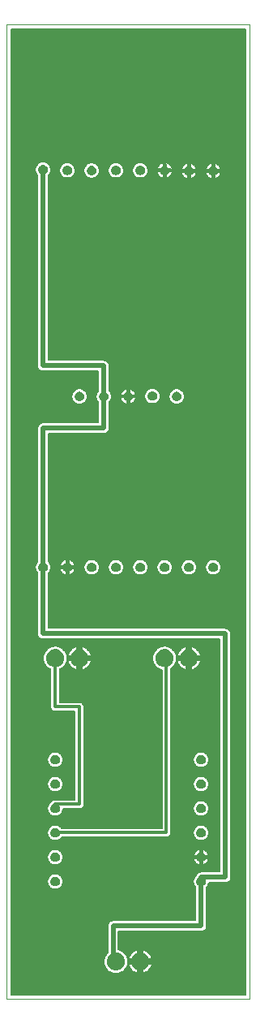
<source format=gbl>
G75*
G71*
%OFA0B0*%
%FSLAX23Y23*%
%IPPOS*%
%LPD*%
%ADD10C,0.1*%
%ADD11C,0.508*%
%ADD12C,0.305*%
%LPD*%G36*
X24941Y101219D02*
X25018Y101142D01*
X25018Y100604D01*
X25018Y99608D01*
X25018Y98612D01*
X25018Y97616D01*
X25018Y96620D01*
X25018Y95624D01*
X25018Y94628D01*
X25018Y93632D01*
X25018Y92636D01*
X25018Y88652D01*
X25018Y87655D01*
X25018Y86659D01*
X25018Y85663D01*
X25018Y84667D01*
X25018Y83671D01*
X25018Y75703D01*
X25018Y74707D01*
X25018Y73710D01*
X25018Y72714D01*
X25018Y71718D01*
X25018Y70722D01*
X25018Y60761D01*
X25018Y59765D01*
X25018Y58769D01*
X25018Y57773D01*
X25018Y56777D01*
X25018Y55781D01*
X25018Y52793D01*
X25018Y51797D01*
X25018Y50801D01*
X25018Y48809D01*
X25018Y47812D01*
X25018Y46816D01*
X25018Y45820D01*
X25018Y39844D01*
X25018Y38848D01*
X25018Y37852D01*
X25018Y5977D01*
X25018Y4981D01*
X25018Y3985D01*
X25018Y1993D01*
X25018Y997D01*
X25018Y459D01*
X24941Y383D01*
X21492Y383D01*
X20515Y383D01*
X19538Y383D01*
X18561Y383D01*
X17584Y383D01*
X16607Y383D01*
X14653Y383D01*
X13676Y383D01*
X12700Y383D01*
X11723Y383D01*
X10746Y383D01*
X9769Y383D01*
X8792Y383D01*
X7815Y383D01*
X6838Y383D01*
X1953Y383D01*
X976Y383D01*
X458Y383D01*
X382Y459D01*
X382Y101142D01*
X458Y101219D01*
X24941Y101219D01*
G37*
%LPC*%G36*
X3891Y35542D02*
X3897Y35429D01*
X3902Y35394D01*
X3924Y35283D01*
X3933Y35247D01*
X3967Y35140D01*
X3980Y35107D01*
X4029Y35003D01*
X4046Y34972D01*
X4107Y34876D01*
X4129Y34847D01*
X4201Y34759D01*
X4225Y34733D01*
X4307Y34656D01*
X4336Y34633D01*
X4427Y34566D01*
X4458Y34547D01*
X4557Y34492D01*
X4589Y34477D01*
X4629Y34461D01*
X4678Y34390D01*
X4678Y30484D01*
X4685Y30402D01*
X4708Y30326D01*
X4745Y30257D01*
X4795Y30196D01*
X4856Y30146D01*
X4925Y30109D01*
X5001Y30086D01*
X5084Y30078D01*
X7141Y30078D01*
X7218Y30001D01*
X7218Y20799D01*
X7141Y20723D01*
X5084Y20723D01*
X5001Y20715D01*
X4925Y20692D01*
X4856Y20655D01*
X4795Y20605D01*
X4789Y20597D01*
X4766Y20578D01*
X4687Y20536D01*
X4640Y20505D01*
X4571Y20447D01*
X4531Y20407D01*
X4473Y20337D01*
X4442Y20291D01*
X4399Y20211D01*
X4377Y20158D01*
X4351Y20071D01*
X4340Y20016D01*
X4332Y19926D01*
X4332Y19870D01*
X4340Y19780D01*
X4351Y19725D01*
X4377Y19638D01*
X4399Y19586D01*
X4442Y19505D01*
X4473Y19459D01*
X4531Y19389D01*
X4571Y19349D01*
X4639Y19292D01*
X4687Y19261D01*
X4767Y19217D01*
X4819Y19196D01*
X4905Y19169D01*
X4961Y19159D01*
X5052Y19150D01*
X5107Y19150D01*
X5198Y19159D01*
X5254Y19169D01*
X5340Y19196D01*
X5392Y19217D01*
X5472Y19261D01*
X5520Y19292D01*
X5588Y19349D01*
X5628Y19389D01*
X5686Y19459D01*
X5717Y19505D01*
X5760Y19586D01*
X5782Y19638D01*
X5808Y19725D01*
X5819Y19780D01*
X5826Y19848D01*
X5902Y19918D01*
X7616Y19918D01*
X7698Y19926D01*
X7774Y19949D01*
X7843Y19986D01*
X7904Y20036D01*
X7954Y20097D01*
X7991Y20166D01*
X8014Y20242D01*
X8023Y20324D01*
X8023Y30476D01*
X8014Y30559D01*
X7991Y30635D01*
X7954Y30704D01*
X7904Y30765D01*
X7843Y30815D01*
X7774Y30852D01*
X7698Y30875D01*
X7616Y30883D01*
X5559Y30883D01*
X5483Y30959D01*
X5483Y34391D01*
X5531Y34462D01*
X5570Y34477D01*
X5602Y34492D01*
X5701Y34547D01*
X5732Y34566D01*
X5823Y34633D01*
X5852Y34656D01*
X5934Y34733D01*
X5958Y34759D01*
X6030Y34847D01*
X6052Y34876D01*
X6113Y34972D01*
X6130Y35003D01*
X6179Y35107D01*
X6192Y35140D01*
X6226Y35247D01*
X6235Y35283D01*
X6257Y35394D01*
X6262Y35429D01*
X6269Y35542D01*
X6269Y35579D01*
X6262Y35692D01*
X6257Y35727D01*
X6235Y35838D01*
X6226Y35874D01*
X6192Y35981D01*
X6179Y36014D01*
X6130Y36118D01*
X6113Y36149D01*
X6052Y36245D01*
X6030Y36274D01*
X5958Y36362D01*
X5934Y36388D01*
X5852Y36465D01*
X5823Y36488D01*
X5732Y36555D01*
X5701Y36574D01*
X5602Y36629D01*
X5570Y36644D01*
X5464Y36686D01*
X5429Y36698D01*
X5320Y36725D01*
X5285Y36732D01*
X5172Y36746D01*
X5136Y36749D01*
X5023Y36749D01*
X4987Y36746D01*
X4874Y36732D01*
X4839Y36725D01*
X4730Y36698D01*
X4695Y36686D01*
X4589Y36644D01*
X4557Y36629D01*
X4458Y36574D01*
X4427Y36555D01*
X4336Y36488D01*
X4307Y36465D01*
X4225Y36388D01*
X4201Y36362D01*
X4129Y36274D01*
X4107Y36245D01*
X4046Y36149D01*
X4029Y36118D01*
X3980Y36014D01*
X3967Y35981D01*
X3933Y35874D01*
X3924Y35838D01*
X3902Y35727D01*
X3897Y35692D01*
X3891Y35579D01*
X3891Y35542D01*
G37*
G36*
X6464Y35283D02*
X6473Y35247D01*
X6507Y35140D01*
X6520Y35107D01*
X6569Y35003D01*
X6586Y34972D01*
X6647Y34876D01*
X6669Y34847D01*
X6741Y34759D01*
X6765Y34733D01*
X6847Y34656D01*
X6876Y34633D01*
X6967Y34566D01*
X6998Y34547D01*
X7097Y34492D01*
X7129Y34477D01*
X7235Y34435D01*
X7270Y34423D01*
X7378Y34396D01*
X7303Y34409D01*
X7303Y35245D01*
X6471Y35245D01*
X6464Y35283D01*
G37*
G36*
X7303Y36712D02*
X7378Y36725D01*
X7270Y36698D01*
X7235Y36686D01*
X7129Y36644D01*
X7097Y36629D01*
X6998Y36574D01*
X6967Y36555D01*
X6876Y36488D01*
X6847Y36465D01*
X6765Y36388D01*
X6741Y36362D01*
X6669Y36274D01*
X6647Y36245D01*
X6586Y36149D01*
X6569Y36118D01*
X6520Y36014D01*
X6507Y35981D01*
X6473Y35874D01*
X6464Y35838D01*
X6471Y35877D01*
X7303Y35877D01*
X7303Y36712D01*
G37*
G36*
X7861Y34396D02*
X7969Y34423D01*
X8004Y34435D01*
X8110Y34477D01*
X8142Y34492D01*
X8241Y34547D01*
X8272Y34566D01*
X8363Y34633D01*
X8392Y34656D01*
X8474Y34733D01*
X8498Y34759D01*
X8570Y34847D01*
X8592Y34876D01*
X8653Y34972D01*
X8670Y35003D01*
X8719Y35107D01*
X8732Y35140D01*
X8766Y35247D01*
X8775Y35283D01*
X8768Y35245D01*
X7937Y35245D01*
X7937Y34409D01*
X7861Y34396D01*
G37*
G36*
X8775Y35838D02*
X8766Y35874D01*
X8732Y35981D01*
X8719Y36014D01*
X8670Y36118D01*
X8653Y36149D01*
X8592Y36245D01*
X8570Y36274D01*
X8498Y36362D01*
X8474Y36388D01*
X8392Y36465D01*
X8363Y36488D01*
X8272Y36555D01*
X8241Y36574D01*
X8142Y36629D01*
X8110Y36644D01*
X8004Y36686D01*
X7969Y36698D01*
X7861Y36725D01*
X7937Y36712D01*
X7937Y35877D01*
X8768Y35877D01*
X8775Y35838D01*
G37*
G36*
X15321Y35542D02*
X15327Y35429D01*
X15332Y35394D01*
X15354Y35283D01*
X15363Y35247D01*
X15397Y35140D01*
X15410Y35107D01*
X15459Y35003D01*
X15476Y34972D01*
X15537Y34876D01*
X15559Y34847D01*
X15631Y34759D01*
X15655Y34733D01*
X15737Y34656D01*
X15766Y34633D01*
X15857Y34566D01*
X15888Y34547D01*
X15987Y34492D01*
X16019Y34477D01*
X16125Y34435D01*
X16160Y34423D01*
X16239Y34403D01*
X16297Y34329D01*
X16297Y17837D01*
X16220Y17761D01*
X5752Y17761D01*
X5688Y17795D01*
X5628Y17867D01*
X5588Y17907D01*
X5519Y17965D01*
X5472Y17996D01*
X5392Y18039D01*
X5340Y18061D01*
X5253Y18087D01*
X5198Y18098D01*
X5107Y18107D01*
X5052Y18107D01*
X4961Y18098D01*
X4906Y18087D01*
X4819Y18061D01*
X4767Y18039D01*
X4687Y17996D01*
X4640Y17965D01*
X4571Y17907D01*
X4531Y17867D01*
X4473Y17797D01*
X4442Y17751D01*
X4399Y17671D01*
X4377Y17618D01*
X4351Y17531D01*
X4340Y17476D01*
X4332Y17386D01*
X4332Y17330D01*
X4340Y17240D01*
X4351Y17185D01*
X4377Y17098D01*
X4399Y17046D01*
X4442Y16965D01*
X4473Y16919D01*
X4531Y16849D01*
X4571Y16809D01*
X4639Y16752D01*
X4687Y16721D01*
X4767Y16677D01*
X4819Y16656D01*
X4905Y16629D01*
X4961Y16619D01*
X5052Y16610D01*
X5107Y16610D01*
X5198Y16619D01*
X5254Y16629D01*
X5340Y16656D01*
X5392Y16677D01*
X5472Y16721D01*
X5520Y16752D01*
X5588Y16809D01*
X5628Y16849D01*
X5686Y16919D01*
X5752Y16956D01*
X16695Y16956D01*
X16777Y16963D01*
X16852Y16987D01*
X16922Y17024D01*
X16983Y17073D01*
X17033Y17135D01*
X17070Y17205D01*
X17094Y17280D01*
X17102Y17362D01*
X17102Y34486D01*
X17137Y34551D01*
X17162Y34566D01*
X17253Y34633D01*
X17282Y34656D01*
X17364Y34733D01*
X17388Y34759D01*
X17460Y34847D01*
X17482Y34876D01*
X17543Y34972D01*
X17560Y35003D01*
X17609Y35107D01*
X17622Y35140D01*
X17656Y35247D01*
X17665Y35283D01*
X17687Y35394D01*
X17692Y35429D01*
X17699Y35542D01*
X17699Y35579D01*
X17692Y35692D01*
X17687Y35727D01*
X17665Y35838D01*
X17656Y35874D01*
X17622Y35981D01*
X17609Y36014D01*
X17560Y36118D01*
X17543Y36149D01*
X17482Y36245D01*
X17460Y36274D01*
X17388Y36362D01*
X17364Y36388D01*
X17282Y36465D01*
X17253Y36488D01*
X17162Y36555D01*
X17131Y36574D01*
X17032Y36629D01*
X17000Y36644D01*
X16894Y36686D01*
X16859Y36698D01*
X16750Y36725D01*
X16715Y36732D01*
X16602Y36746D01*
X16566Y36749D01*
X16453Y36749D01*
X16417Y36746D01*
X16304Y36732D01*
X16269Y36725D01*
X16160Y36698D01*
X16125Y36686D01*
X16019Y36644D01*
X15987Y36629D01*
X15888Y36574D01*
X15857Y36555D01*
X15766Y36488D01*
X15737Y36465D01*
X15655Y36388D01*
X15631Y36362D01*
X15559Y36274D01*
X15537Y36245D01*
X15476Y36149D01*
X15459Y36118D01*
X15410Y36014D01*
X15397Y35981D01*
X15363Y35874D01*
X15354Y35838D01*
X15332Y35727D01*
X15327Y35692D01*
X15321Y35579D01*
X15321Y35542D01*
G37*
G36*
X17894Y35283D02*
X17903Y35247D01*
X17937Y35140D01*
X17950Y35107D01*
X17999Y35003D01*
X18016Y34972D01*
X18077Y34876D01*
X18099Y34847D01*
X18171Y34759D01*
X18195Y34733D01*
X18277Y34656D01*
X18306Y34633D01*
X18397Y34566D01*
X18428Y34547D01*
X18527Y34492D01*
X18559Y34477D01*
X18665Y34435D01*
X18700Y34423D01*
X18808Y34396D01*
X18733Y34409D01*
X18733Y35245D01*
X17901Y35245D01*
X17894Y35283D01*
G37*
G36*
X18733Y36712D02*
X18808Y36725D01*
X18700Y36698D01*
X18665Y36686D01*
X18559Y36644D01*
X18527Y36629D01*
X18428Y36574D01*
X18397Y36555D01*
X18306Y36488D01*
X18277Y36465D01*
X18195Y36388D01*
X18171Y36362D01*
X18099Y36274D01*
X18077Y36245D01*
X18016Y36149D01*
X17999Y36118D01*
X17950Y36014D01*
X17937Y35981D01*
X17903Y35874D01*
X17894Y35838D01*
X17901Y35877D01*
X18733Y35877D01*
X18733Y36712D01*
G37*
G36*
X19291Y34396D02*
X19399Y34423D01*
X19434Y34435D01*
X19540Y34477D01*
X19572Y34492D01*
X19671Y34547D01*
X19702Y34566D01*
X19793Y34633D01*
X19822Y34656D01*
X19904Y34733D01*
X19928Y34759D01*
X20000Y34847D01*
X20022Y34876D01*
X20083Y34972D01*
X20100Y35003D01*
X20149Y35107D01*
X20162Y35140D01*
X20196Y35247D01*
X20205Y35283D01*
X20198Y35245D01*
X19367Y35245D01*
X19367Y34409D01*
X19291Y34396D01*
G37*
G36*
X20205Y35838D02*
X20196Y35874D01*
X20162Y35981D01*
X20149Y36014D01*
X20100Y36118D01*
X20083Y36149D01*
X20022Y36245D01*
X20000Y36274D01*
X19928Y36362D01*
X19904Y36388D01*
X19822Y36465D01*
X19793Y36488D01*
X19702Y36555D01*
X19671Y36574D01*
X19572Y36629D01*
X19540Y36644D01*
X19434Y36686D01*
X19399Y36698D01*
X19291Y36725D01*
X19367Y36712D01*
X19367Y35877D01*
X20198Y35877D01*
X20205Y35838D01*
G37*
G36*
X22958Y12206D02*
X23052Y12235D01*
X23139Y12282D01*
X23216Y12344D01*
X23278Y12421D01*
X23325Y12508D01*
X23354Y12602D01*
X23364Y12704D01*
X23364Y38096D01*
X23354Y38199D01*
X23325Y38293D01*
X23278Y38380D01*
X23216Y38457D01*
X23139Y38519D01*
X23052Y38566D01*
X22958Y38595D01*
X22856Y38605D01*
X4390Y38605D01*
X4314Y38681D01*
X4314Y44454D01*
X4336Y44508D01*
X4358Y44531D01*
X4416Y44601D01*
X4447Y44647D01*
X4490Y44727D01*
X4512Y44780D01*
X4538Y44866D01*
X4549Y44921D01*
X4558Y45012D01*
X4558Y45067D01*
X4549Y45158D01*
X4538Y45213D01*
X4512Y45300D01*
X4490Y45352D01*
X4447Y45433D01*
X4417Y45479D01*
X4359Y45548D01*
X4336Y45571D01*
X4314Y45625D01*
X4314Y58962D01*
X4390Y59039D01*
X10156Y59039D01*
X10258Y59049D01*
X10353Y59078D01*
X10439Y59124D01*
X10516Y59186D01*
X10578Y59263D01*
X10625Y59350D01*
X10654Y59445D01*
X10664Y59547D01*
X10664Y62266D01*
X10686Y62320D01*
X10709Y62343D01*
X10767Y62412D01*
X10797Y62458D01*
X10840Y62539D01*
X10862Y62591D01*
X10888Y62678D01*
X10899Y62733D01*
X10908Y62824D01*
X10908Y62879D01*
X10899Y62970D01*
X10888Y63025D01*
X10862Y63111D01*
X10840Y63164D01*
X10797Y63244D01*
X10766Y63290D01*
X10708Y63360D01*
X10686Y63383D01*
X10664Y63437D01*
X10664Y66036D01*
X10654Y66139D01*
X10625Y66233D01*
X10578Y66320D01*
X10516Y66397D01*
X10439Y66459D01*
X10352Y66506D01*
X10258Y66535D01*
X10156Y66545D01*
X4390Y66545D01*
X4314Y66621D01*
X4314Y85913D01*
X4336Y85967D01*
X4358Y85990D01*
X4416Y86060D01*
X4447Y86106D01*
X4490Y86187D01*
X4512Y86239D01*
X4538Y86326D01*
X4549Y86381D01*
X4558Y86471D01*
X4558Y86527D01*
X4549Y86617D01*
X4538Y86672D01*
X4512Y86759D01*
X4490Y86812D01*
X4447Y86892D01*
X4416Y86938D01*
X4358Y87008D01*
X4318Y87048D01*
X4249Y87106D01*
X4202Y87137D01*
X4122Y87180D01*
X4070Y87202D01*
X3983Y87228D01*
X3928Y87239D01*
X3837Y87248D01*
X3782Y87248D01*
X3691Y87239D01*
X3636Y87228D01*
X3549Y87202D01*
X3497Y87180D01*
X3417Y87137D01*
X3370Y87106D01*
X3301Y87048D01*
X3261Y87008D01*
X3203Y86938D01*
X3172Y86892D01*
X3129Y86812D01*
X3107Y86759D01*
X3081Y86672D01*
X3070Y86617D01*
X3062Y86527D01*
X3062Y86471D01*
X3070Y86381D01*
X3081Y86326D01*
X3107Y86239D01*
X3129Y86187D01*
X3172Y86106D01*
X3203Y86060D01*
X3261Y85990D01*
X3283Y85967D01*
X3306Y85913D01*
X3306Y66044D01*
X3315Y65942D01*
X3344Y65848D01*
X3391Y65761D01*
X3453Y65684D01*
X3530Y65622D01*
X3617Y65575D01*
X3711Y65546D01*
X3814Y65537D01*
X9579Y65537D01*
X9656Y65460D01*
X9656Y63437D01*
X9633Y63383D01*
X9611Y63360D01*
X9553Y63290D01*
X9522Y63244D01*
X9479Y63164D01*
X9457Y63111D01*
X9431Y63025D01*
X9420Y62970D01*
X9412Y62879D01*
X9412Y62824D01*
X9420Y62733D01*
X9431Y62678D01*
X9457Y62591D01*
X9479Y62539D01*
X9522Y62458D01*
X9552Y62412D01*
X9610Y62343D01*
X9633Y62320D01*
X9656Y62266D01*
X9656Y60123D01*
X9579Y60047D01*
X3814Y60047D01*
X3711Y60037D01*
X3616Y60008D01*
X3530Y59962D01*
X3454Y59899D01*
X3391Y59822D01*
X3344Y59735D01*
X3315Y59641D01*
X3306Y59539D01*
X3306Y45625D01*
X3283Y45571D01*
X3260Y45548D01*
X3202Y45479D01*
X3172Y45433D01*
X3129Y45352D01*
X3107Y45300D01*
X3081Y45213D01*
X3070Y45158D01*
X3062Y45067D01*
X3062Y45012D01*
X3070Y44921D01*
X3081Y44866D01*
X3107Y44780D01*
X3129Y44727D01*
X3172Y44647D01*
X3203Y44601D01*
X3261Y44531D01*
X3283Y44508D01*
X3306Y44454D01*
X3306Y38104D01*
X3315Y38002D01*
X3344Y37908D01*
X3391Y37821D01*
X3453Y37744D01*
X3530Y37682D01*
X3617Y37635D01*
X3711Y37606D01*
X3814Y37597D01*
X22279Y37597D01*
X22356Y37520D01*
X22356Y13281D01*
X22279Y13205D01*
X20324Y13205D01*
X20221Y13195D01*
X20127Y13166D01*
X20040Y13119D01*
X19963Y13057D01*
X19901Y12980D01*
X19854Y12893D01*
X19848Y12875D01*
X19824Y12838D01*
X19811Y12827D01*
X19771Y12787D01*
X19713Y12717D01*
X19682Y12671D01*
X19639Y12591D01*
X19617Y12538D01*
X19591Y12451D01*
X19580Y12396D01*
X19572Y12306D01*
X19572Y12250D01*
X19580Y12160D01*
X19591Y12105D01*
X19617Y12018D01*
X19639Y11966D01*
X19682Y11885D01*
X19713Y11839D01*
X19771Y11769D01*
X19793Y11746D01*
X19816Y11692D01*
X19816Y8201D01*
X19739Y8125D01*
X11126Y8125D01*
X11024Y8115D01*
X10930Y8086D01*
X10843Y8039D01*
X10766Y7977D01*
X10704Y7900D01*
X10657Y7813D01*
X10628Y7719D01*
X10619Y7616D01*
X10619Y4842D01*
X10594Y4786D01*
X10575Y4768D01*
X10551Y4742D01*
X10479Y4654D01*
X10457Y4625D01*
X10396Y4529D01*
X10379Y4498D01*
X10330Y4395D01*
X10317Y4362D01*
X10283Y4254D01*
X10274Y4219D01*
X10252Y4108D01*
X10247Y4072D01*
X10241Y3959D01*
X10241Y3922D01*
X10247Y3809D01*
X10252Y3774D01*
X10274Y3663D01*
X10283Y3627D01*
X10317Y3520D01*
X10330Y3487D01*
X10379Y3383D01*
X10396Y3352D01*
X10457Y3256D01*
X10479Y3227D01*
X10551Y3139D01*
X10575Y3113D01*
X10658Y3036D01*
X10686Y3012D01*
X10777Y2946D01*
X10808Y2927D01*
X10907Y2872D01*
X10939Y2857D01*
X11044Y2815D01*
X11079Y2805D01*
X11188Y2776D01*
X11223Y2770D01*
X11338Y2755D01*
X11373Y2753D01*
X11486Y2753D01*
X11521Y2755D01*
X11636Y2770D01*
X11671Y2776D01*
X11780Y2805D01*
X11815Y2815D01*
X11920Y2857D01*
X11952Y2872D01*
X12051Y2927D01*
X12082Y2946D01*
X12173Y3012D01*
X12201Y3036D01*
X12284Y3113D01*
X12308Y3139D01*
X12380Y3227D01*
X12402Y3256D01*
X12463Y3352D01*
X12480Y3383D01*
X12529Y3487D01*
X12542Y3520D01*
X12576Y3627D01*
X12585Y3663D01*
X12607Y3774D01*
X12612Y3809D01*
X12619Y3922D01*
X12619Y3959D01*
X12612Y4072D01*
X12607Y4108D01*
X12585Y4219D01*
X12576Y4254D01*
X12542Y4362D01*
X12529Y4395D01*
X12480Y4498D01*
X12463Y4529D01*
X12402Y4625D01*
X12380Y4654D01*
X12308Y4742D01*
X12284Y4768D01*
X12202Y4845D01*
X12173Y4868D01*
X12082Y4935D01*
X12051Y4954D01*
X11952Y5009D01*
X11919Y5025D01*
X11814Y5066D01*
X11779Y5078D01*
X11684Y5102D01*
X11627Y5176D01*
X11627Y7040D01*
X11703Y7117D01*
X20316Y7117D01*
X20418Y7126D01*
X20512Y7155D01*
X20599Y7202D01*
X20676Y7264D01*
X20738Y7341D01*
X20785Y7428D01*
X20814Y7522D01*
X20824Y7624D01*
X20824Y11692D01*
X20846Y11746D01*
X20868Y11769D01*
X20926Y11839D01*
X20957Y11885D01*
X21000Y11966D01*
X21022Y12018D01*
X21048Y12105D01*
X21054Y12135D01*
X21129Y12197D01*
X22856Y12197D01*
X22958Y12206D01*
G37*
G36*
X15781Y86232D02*
X15807Y86145D01*
X15829Y86093D01*
X15872Y86013D01*
X15903Y85966D01*
X15960Y85897D01*
X16001Y85856D01*
X16070Y85799D01*
X16117Y85768D01*
X16197Y85725D01*
X16249Y85703D01*
X16336Y85677D01*
X16303Y85684D01*
X16303Y86199D01*
X15788Y86199D01*
X15781Y86232D01*
G37*
G36*
X16683Y85677D02*
X16770Y85703D01*
X16822Y85725D01*
X16902Y85768D01*
X16949Y85799D01*
X17018Y85856D01*
X17059Y85897D01*
X17116Y85966D01*
X17147Y86013D01*
X17190Y86093D01*
X17212Y86145D01*
X17238Y86232D01*
X17231Y86199D01*
X16717Y86199D01*
X16717Y85684D01*
X16683Y85677D01*
G37*
G36*
X17238Y86579D02*
X17212Y86666D01*
X17190Y86718D01*
X17147Y86798D01*
X17116Y86845D01*
X17059Y86914D01*
X17018Y86955D01*
X16949Y87012D01*
X16902Y87043D01*
X16822Y87086D01*
X16770Y87108D01*
X16683Y87134D01*
X16717Y87127D01*
X16717Y86613D01*
X17231Y86613D01*
X17238Y86579D01*
G37*
G36*
X16336Y87134D02*
X16249Y87108D01*
X16197Y87086D01*
X16117Y87043D01*
X16070Y87012D01*
X16001Y86955D01*
X15960Y86914D01*
X15903Y86845D01*
X15872Y86798D01*
X15829Y86718D01*
X15807Y86666D01*
X15781Y86579D01*
X15788Y86613D01*
X16303Y86613D01*
X16303Y87127D01*
X16336Y87134D01*
G37*
G36*
X5602Y86395D02*
X5610Y86304D01*
X5621Y86249D01*
X5647Y86163D01*
X5669Y86110D01*
X5712Y86030D01*
X5743Y85984D01*
X5801Y85914D01*
X5841Y85874D01*
X5910Y85816D01*
X5957Y85785D01*
X6037Y85742D01*
X6089Y85720D01*
X6176Y85694D01*
X6231Y85683D01*
X6322Y85675D01*
X6377Y85675D01*
X6468Y85683D01*
X6523Y85694D01*
X6610Y85720D01*
X6662Y85742D01*
X6742Y85785D01*
X6789Y85816D01*
X6858Y85874D01*
X6898Y85914D01*
X6956Y85984D01*
X6987Y86030D01*
X7030Y86110D01*
X7052Y86163D01*
X7078Y86249D01*
X7089Y86304D01*
X7098Y86395D01*
X7098Y86450D01*
X7089Y86541D01*
X7078Y86596D01*
X7052Y86683D01*
X7030Y86735D01*
X6987Y86816D01*
X6956Y86862D01*
X6898Y86932D01*
X6858Y86972D01*
X6790Y87029D01*
X6742Y87060D01*
X6662Y87104D01*
X6610Y87125D01*
X6524Y87152D01*
X6468Y87162D01*
X6377Y87172D01*
X6322Y87172D01*
X6231Y87162D01*
X6175Y87152D01*
X6089Y87125D01*
X6037Y87104D01*
X5957Y87060D01*
X5909Y87029D01*
X5841Y86972D01*
X5801Y86932D01*
X5743Y86862D01*
X5712Y86816D01*
X5669Y86735D01*
X5647Y86683D01*
X5621Y86596D01*
X5610Y86541D01*
X5602Y86450D01*
X5602Y86395D01*
G37*
G36*
X8142Y86378D02*
X8150Y86287D01*
X8161Y86232D01*
X8187Y86145D01*
X8209Y86093D01*
X8252Y86013D01*
X8283Y85966D01*
X8340Y85897D01*
X8381Y85856D01*
X8450Y85799D01*
X8497Y85768D01*
X8577Y85725D01*
X8629Y85703D01*
X8716Y85677D01*
X8771Y85666D01*
X8862Y85658D01*
X8917Y85658D01*
X9008Y85666D01*
X9063Y85677D01*
X9150Y85703D01*
X9202Y85725D01*
X9282Y85768D01*
X9329Y85799D01*
X9398Y85856D01*
X9439Y85897D01*
X9496Y85966D01*
X9527Y86013D01*
X9570Y86093D01*
X9592Y86145D01*
X9618Y86232D01*
X9629Y86287D01*
X9638Y86378D01*
X9638Y86433D01*
X9629Y86524D01*
X9618Y86579D01*
X9592Y86666D01*
X9570Y86718D01*
X9527Y86798D01*
X9496Y86845D01*
X9439Y86914D01*
X9398Y86955D01*
X9329Y87012D01*
X9282Y87043D01*
X9202Y87086D01*
X9150Y87108D01*
X9063Y87134D01*
X9008Y87145D01*
X8917Y87154D01*
X8862Y87154D01*
X8771Y87145D01*
X8716Y87134D01*
X8629Y87108D01*
X8577Y87086D01*
X8497Y87043D01*
X8450Y87012D01*
X8381Y86955D01*
X8340Y86914D01*
X8283Y86845D01*
X8252Y86798D01*
X8209Y86718D01*
X8187Y86666D01*
X8161Y86579D01*
X8150Y86524D01*
X8142Y86433D01*
X8142Y86378D01*
G37*
G36*
X10682Y86395D02*
X10690Y86304D01*
X10701Y86249D01*
X10727Y86163D01*
X10749Y86110D01*
X10792Y86030D01*
X10823Y85984D01*
X10881Y85914D01*
X10921Y85874D01*
X10990Y85816D01*
X11037Y85785D01*
X11117Y85742D01*
X11169Y85720D01*
X11256Y85694D01*
X11311Y85683D01*
X11402Y85675D01*
X11457Y85675D01*
X11548Y85683D01*
X11603Y85694D01*
X11690Y85720D01*
X11742Y85742D01*
X11822Y85785D01*
X11869Y85816D01*
X11938Y85874D01*
X11978Y85914D01*
X12036Y85984D01*
X12067Y86030D01*
X12110Y86110D01*
X12132Y86163D01*
X12158Y86249D01*
X12169Y86304D01*
X12178Y86395D01*
X12178Y86450D01*
X12169Y86541D01*
X12158Y86596D01*
X12132Y86683D01*
X12110Y86735D01*
X12067Y86816D01*
X12036Y86862D01*
X11978Y86932D01*
X11938Y86972D01*
X11870Y87029D01*
X11822Y87060D01*
X11742Y87104D01*
X11690Y87125D01*
X11604Y87152D01*
X11548Y87162D01*
X11457Y87172D01*
X11402Y87172D01*
X11311Y87162D01*
X11255Y87152D01*
X11169Y87125D01*
X11117Y87104D01*
X11037Y87060D01*
X10989Y87029D01*
X10921Y86972D01*
X10881Y86932D01*
X10823Y86862D01*
X10792Y86816D01*
X10749Y86735D01*
X10727Y86683D01*
X10701Y86596D01*
X10690Y86541D01*
X10682Y86450D01*
X10682Y86395D01*
G37*
G36*
X13222Y86395D02*
X13230Y86304D01*
X13241Y86249D01*
X13267Y86163D01*
X13289Y86110D01*
X13332Y86030D01*
X13363Y85984D01*
X13421Y85914D01*
X13461Y85874D01*
X13530Y85816D01*
X13577Y85785D01*
X13657Y85742D01*
X13709Y85720D01*
X13796Y85694D01*
X13851Y85683D01*
X13942Y85675D01*
X13997Y85675D01*
X14088Y85683D01*
X14143Y85694D01*
X14230Y85720D01*
X14282Y85742D01*
X14362Y85785D01*
X14409Y85816D01*
X14478Y85874D01*
X14518Y85914D01*
X14576Y85984D01*
X14607Y86030D01*
X14650Y86110D01*
X14672Y86163D01*
X14698Y86249D01*
X14709Y86304D01*
X14718Y86395D01*
X14718Y86450D01*
X14709Y86541D01*
X14698Y86596D01*
X14672Y86683D01*
X14650Y86735D01*
X14607Y86816D01*
X14576Y86862D01*
X14518Y86932D01*
X14478Y86972D01*
X14410Y87029D01*
X14362Y87060D01*
X14282Y87104D01*
X14230Y87125D01*
X14144Y87152D01*
X14088Y87162D01*
X13997Y87172D01*
X13942Y87172D01*
X13851Y87162D01*
X13795Y87152D01*
X13709Y87125D01*
X13657Y87104D01*
X13577Y87060D01*
X13529Y87029D01*
X13461Y86972D01*
X13421Y86932D01*
X13363Y86862D01*
X13332Y86816D01*
X13289Y86735D01*
X13267Y86683D01*
X13241Y86596D01*
X13230Y86541D01*
X13222Y86450D01*
X13222Y86395D01*
G37*
G36*
X18321Y86187D02*
X18347Y86100D01*
X18369Y86048D01*
X18412Y85968D01*
X18443Y85921D01*
X18500Y85852D01*
X18541Y85811D01*
X18610Y85754D01*
X18657Y85723D01*
X18737Y85680D01*
X18789Y85658D01*
X18876Y85632D01*
X18843Y85639D01*
X18843Y86154D01*
X18328Y86154D01*
X18321Y86187D01*
G37*
G36*
X19223Y85632D02*
X19310Y85658D01*
X19362Y85680D01*
X19442Y85723D01*
X19489Y85754D01*
X19558Y85811D01*
X19599Y85852D01*
X19656Y85921D01*
X19687Y85968D01*
X19730Y86048D01*
X19752Y86100D01*
X19778Y86187D01*
X19771Y86154D01*
X19257Y86154D01*
X19257Y85639D01*
X19223Y85632D01*
G37*
G36*
X19778Y86534D02*
X19752Y86621D01*
X19730Y86673D01*
X19687Y86753D01*
X19656Y86800D01*
X19599Y86869D01*
X19558Y86910D01*
X19489Y86967D01*
X19442Y86998D01*
X19362Y87041D01*
X19310Y87063D01*
X19223Y87089D01*
X19257Y87082D01*
X19257Y86568D01*
X19771Y86568D01*
X19778Y86534D01*
G37*
G36*
X18876Y87089D02*
X18789Y87063D01*
X18737Y87041D01*
X18657Y86998D01*
X18610Y86967D01*
X18541Y86910D01*
X18500Y86869D01*
X18443Y86800D01*
X18412Y86753D01*
X18369Y86673D01*
X18347Y86621D01*
X18321Y86534D01*
X18328Y86568D01*
X18843Y86568D01*
X18843Y87082D01*
X18876Y87089D01*
G37*
G36*
X20861Y86187D02*
X20887Y86100D01*
X20909Y86048D01*
X20952Y85968D01*
X20983Y85921D01*
X21040Y85852D01*
X21081Y85811D01*
X21150Y85754D01*
X21197Y85723D01*
X21277Y85680D01*
X21329Y85658D01*
X21416Y85632D01*
X21383Y85639D01*
X21383Y86154D01*
X20868Y86154D01*
X20861Y86187D01*
G37*
G36*
X21763Y85632D02*
X21850Y85658D01*
X21902Y85680D01*
X21982Y85723D01*
X22029Y85754D01*
X22098Y85811D01*
X22139Y85852D01*
X22196Y85921D01*
X22227Y85968D01*
X22270Y86048D01*
X22292Y86100D01*
X22318Y86187D01*
X22311Y86154D01*
X21797Y86154D01*
X21797Y85639D01*
X21763Y85632D01*
G37*
G36*
X22318Y86534D02*
X22292Y86621D01*
X22270Y86673D01*
X22227Y86753D01*
X22196Y86800D01*
X22139Y86869D01*
X22098Y86910D01*
X22029Y86967D01*
X21982Y86998D01*
X21902Y87041D01*
X21850Y87063D01*
X21763Y87089D01*
X21797Y87082D01*
X21797Y86568D01*
X22311Y86568D01*
X22318Y86534D01*
G37*
G36*
X21416Y87089D02*
X21329Y87063D01*
X21277Y87041D01*
X21197Y86998D01*
X21150Y86967D01*
X21081Y86910D01*
X21040Y86869D01*
X20983Y86800D01*
X20952Y86753D01*
X20909Y86673D01*
X20887Y86621D01*
X20861Y86534D01*
X20868Y86568D01*
X21383Y86568D01*
X21383Y87082D01*
X21416Y87089D01*
G37*
G36*
X15762Y45012D02*
X15770Y44921D01*
X15781Y44866D01*
X15807Y44780D01*
X15829Y44727D01*
X15872Y44647D01*
X15903Y44601D01*
X15961Y44531D01*
X16001Y44491D01*
X16070Y44433D01*
X16117Y44402D01*
X16197Y44359D01*
X16249Y44337D01*
X16336Y44311D01*
X16391Y44300D01*
X16482Y44292D01*
X16537Y44292D01*
X16628Y44300D01*
X16683Y44311D01*
X16770Y44337D01*
X16822Y44359D01*
X16902Y44402D01*
X16949Y44433D01*
X17018Y44491D01*
X17058Y44531D01*
X17116Y44601D01*
X17147Y44647D01*
X17190Y44727D01*
X17212Y44780D01*
X17238Y44866D01*
X17249Y44921D01*
X17258Y45012D01*
X17258Y45067D01*
X17249Y45158D01*
X17238Y45213D01*
X17212Y45300D01*
X17190Y45352D01*
X17147Y45433D01*
X17117Y45479D01*
X17059Y45548D01*
X17018Y45589D01*
X16949Y45646D01*
X16902Y45677D01*
X16822Y45720D01*
X16770Y45742D01*
X16684Y45769D01*
X16628Y45779D01*
X16537Y45789D01*
X16482Y45789D01*
X16391Y45779D01*
X16335Y45769D01*
X16249Y45742D01*
X16197Y45720D01*
X16117Y45677D01*
X16070Y45646D01*
X16001Y45589D01*
X15960Y45548D01*
X15902Y45479D01*
X15872Y45433D01*
X15829Y45352D01*
X15807Y45300D01*
X15781Y45213D01*
X15770Y45158D01*
X15762Y45067D01*
X15762Y45012D01*
G37*
G36*
X6872Y62824D02*
X6880Y62733D01*
X6891Y62678D01*
X6917Y62591D01*
X6939Y62539D01*
X6982Y62458D01*
X7012Y62412D01*
X7070Y62343D01*
X7111Y62302D01*
X7180Y62245D01*
X7227Y62214D01*
X7307Y62170D01*
X7359Y62149D01*
X7445Y62122D01*
X7501Y62112D01*
X7592Y62103D01*
X7647Y62103D01*
X7738Y62112D01*
X7794Y62122D01*
X7880Y62149D01*
X7932Y62170D01*
X8012Y62214D01*
X8059Y62245D01*
X8128Y62302D01*
X8169Y62343D01*
X8227Y62412D01*
X8257Y62458D01*
X8300Y62539D01*
X8322Y62591D01*
X8348Y62678D01*
X8359Y62733D01*
X8368Y62824D01*
X8368Y62879D01*
X8359Y62970D01*
X8348Y63025D01*
X8322Y63111D01*
X8300Y63164D01*
X8257Y63244D01*
X8226Y63290D01*
X8168Y63360D01*
X8128Y63400D01*
X8059Y63458D01*
X8012Y63489D01*
X7932Y63532D01*
X7880Y63554D01*
X7793Y63580D01*
X7738Y63591D01*
X7647Y63600D01*
X7592Y63600D01*
X7501Y63591D01*
X7446Y63580D01*
X7359Y63554D01*
X7307Y63532D01*
X7227Y63489D01*
X7180Y63458D01*
X7111Y63400D01*
X7071Y63360D01*
X7013Y63290D01*
X6982Y63244D01*
X6939Y63164D01*
X6917Y63111D01*
X6891Y63025D01*
X6880Y62970D01*
X6872Y62879D01*
X6872Y62824D01*
G37*
G36*
X11971Y62678D02*
X11997Y62591D01*
X12019Y62539D01*
X12062Y62458D01*
X12092Y62412D01*
X12150Y62343D01*
X12191Y62302D01*
X12260Y62245D01*
X12307Y62214D01*
X12387Y62170D01*
X12439Y62149D01*
X12526Y62122D01*
X12493Y62129D01*
X12493Y62645D01*
X11978Y62645D01*
X11971Y62678D01*
G37*
G36*
X12493Y63573D02*
X12526Y63580D01*
X12439Y63554D01*
X12387Y63532D01*
X12307Y63489D01*
X12260Y63458D01*
X12191Y63400D01*
X12151Y63360D01*
X12093Y63290D01*
X12062Y63244D01*
X12019Y63164D01*
X11997Y63111D01*
X11971Y63025D01*
X11978Y63058D01*
X12493Y63058D01*
X12493Y63573D01*
G37*
G36*
X12873Y62122D02*
X12960Y62149D01*
X13012Y62170D01*
X13092Y62214D01*
X13139Y62245D01*
X13208Y62302D01*
X13249Y62343D01*
X13307Y62412D01*
X13337Y62458D01*
X13380Y62539D01*
X13402Y62591D01*
X13428Y62678D01*
X13421Y62645D01*
X12907Y62645D01*
X12907Y62129D01*
X12873Y62122D01*
G37*
G36*
X13428Y63025D02*
X13402Y63111D01*
X13380Y63164D01*
X13337Y63244D01*
X13306Y63290D01*
X13248Y63360D01*
X13208Y63400D01*
X13139Y63458D01*
X13092Y63489D01*
X13012Y63532D01*
X12960Y63554D01*
X12873Y63580D01*
X12907Y63573D01*
X12907Y63058D01*
X13421Y63058D01*
X13428Y63025D01*
G37*
G36*
X14492Y62864D02*
X14500Y62774D01*
X14511Y62719D01*
X14537Y62632D01*
X14559Y62580D01*
X14602Y62499D01*
X14633Y62453D01*
X14691Y62383D01*
X14731Y62343D01*
X14799Y62286D01*
X14847Y62255D01*
X14927Y62211D01*
X14979Y62190D01*
X15065Y62163D01*
X15121Y62153D01*
X15212Y62144D01*
X15267Y62144D01*
X15358Y62153D01*
X15414Y62163D01*
X15500Y62190D01*
X15552Y62211D01*
X15632Y62255D01*
X15680Y62286D01*
X15748Y62343D01*
X15788Y62383D01*
X15846Y62453D01*
X15877Y62499D01*
X15920Y62580D01*
X15942Y62632D01*
X15968Y62719D01*
X15979Y62774D01*
X15988Y62864D01*
X15988Y62920D01*
X15979Y63010D01*
X15968Y63065D01*
X15942Y63152D01*
X15920Y63205D01*
X15877Y63285D01*
X15846Y63331D01*
X15788Y63401D01*
X15748Y63441D01*
X15679Y63499D01*
X15632Y63530D01*
X15552Y63573D01*
X15500Y63595D01*
X15413Y63621D01*
X15358Y63632D01*
X15267Y63641D01*
X15212Y63641D01*
X15121Y63632D01*
X15066Y63621D01*
X14979Y63595D01*
X14927Y63573D01*
X14847Y63530D01*
X14800Y63499D01*
X14731Y63441D01*
X14691Y63401D01*
X14633Y63331D01*
X14602Y63285D01*
X14559Y63205D01*
X14537Y63152D01*
X14511Y63065D01*
X14500Y63010D01*
X14492Y62920D01*
X14492Y62864D01*
G37*
G36*
X17032Y62824D02*
X17040Y62733D01*
X17051Y62678D01*
X17077Y62591D01*
X17099Y62539D01*
X17142Y62458D01*
X17172Y62412D01*
X17230Y62343D01*
X17271Y62302D01*
X17340Y62245D01*
X17387Y62214D01*
X17467Y62170D01*
X17519Y62149D01*
X17605Y62122D01*
X17661Y62112D01*
X17752Y62103D01*
X17807Y62103D01*
X17898Y62112D01*
X17954Y62122D01*
X18040Y62149D01*
X18092Y62170D01*
X18172Y62214D01*
X18219Y62245D01*
X18288Y62302D01*
X18329Y62343D01*
X18387Y62412D01*
X18417Y62458D01*
X18460Y62539D01*
X18482Y62591D01*
X18508Y62678D01*
X18519Y62733D01*
X18528Y62824D01*
X18528Y62879D01*
X18519Y62970D01*
X18508Y63025D01*
X18482Y63111D01*
X18460Y63164D01*
X18417Y63244D01*
X18386Y63290D01*
X18328Y63360D01*
X18288Y63400D01*
X18219Y63458D01*
X18172Y63489D01*
X18092Y63532D01*
X18040Y63554D01*
X17953Y63580D01*
X17898Y63591D01*
X17807Y63600D01*
X17752Y63600D01*
X17661Y63591D01*
X17606Y63580D01*
X17519Y63554D01*
X17467Y63532D01*
X17387Y63489D01*
X17340Y63458D01*
X17271Y63400D01*
X17231Y63360D01*
X17173Y63290D01*
X17142Y63244D01*
X17099Y63164D01*
X17077Y63111D01*
X17051Y63025D01*
X17040Y62970D01*
X17032Y62879D01*
X17032Y62824D01*
G37*
G36*
X5621Y44866D02*
X5647Y44780D01*
X5669Y44727D01*
X5712Y44647D01*
X5743Y44601D01*
X5801Y44531D01*
X5841Y44491D01*
X5910Y44433D01*
X5957Y44402D01*
X6037Y44359D01*
X6089Y44337D01*
X6176Y44311D01*
X6143Y44318D01*
X6143Y44833D01*
X5628Y44833D01*
X5621Y44866D01*
G37*
G36*
X6143Y45762D02*
X6176Y45769D01*
X6089Y45742D01*
X6037Y45720D01*
X5957Y45677D01*
X5910Y45646D01*
X5841Y45589D01*
X5800Y45548D01*
X5742Y45479D01*
X5712Y45433D01*
X5669Y45352D01*
X5647Y45300D01*
X5621Y45213D01*
X5628Y45247D01*
X6143Y45247D01*
X6143Y45762D01*
G37*
G36*
X6523Y44311D02*
X6610Y44337D01*
X6662Y44359D01*
X6742Y44402D01*
X6789Y44433D01*
X6858Y44491D01*
X6898Y44531D01*
X6956Y44601D01*
X6987Y44647D01*
X7030Y44727D01*
X7052Y44780D01*
X7078Y44866D01*
X7071Y44833D01*
X6557Y44833D01*
X6557Y44318D01*
X6523Y44311D01*
G37*
G36*
X7078Y45213D02*
X7052Y45300D01*
X7030Y45352D01*
X6987Y45433D01*
X6957Y45479D01*
X6899Y45548D01*
X6858Y45589D01*
X6789Y45646D01*
X6742Y45677D01*
X6662Y45720D01*
X6610Y45742D01*
X6523Y45769D01*
X6557Y45762D01*
X6557Y45247D01*
X7071Y45247D01*
X7078Y45213D01*
G37*
G36*
X8142Y45012D02*
X8150Y44921D01*
X8161Y44866D01*
X8187Y44780D01*
X8209Y44727D01*
X8252Y44647D01*
X8283Y44601D01*
X8341Y44531D01*
X8381Y44491D01*
X8450Y44433D01*
X8497Y44402D01*
X8577Y44359D01*
X8629Y44337D01*
X8716Y44311D01*
X8771Y44300D01*
X8862Y44292D01*
X8917Y44292D01*
X9008Y44300D01*
X9063Y44311D01*
X9150Y44337D01*
X9202Y44359D01*
X9282Y44402D01*
X9329Y44433D01*
X9398Y44491D01*
X9438Y44531D01*
X9496Y44601D01*
X9527Y44647D01*
X9570Y44727D01*
X9592Y44780D01*
X9618Y44866D01*
X9629Y44921D01*
X9638Y45012D01*
X9638Y45067D01*
X9629Y45158D01*
X9618Y45213D01*
X9592Y45300D01*
X9570Y45352D01*
X9527Y45433D01*
X9497Y45479D01*
X9439Y45548D01*
X9398Y45589D01*
X9329Y45646D01*
X9282Y45677D01*
X9202Y45720D01*
X9150Y45742D01*
X9064Y45769D01*
X9008Y45779D01*
X8917Y45789D01*
X8862Y45789D01*
X8771Y45779D01*
X8715Y45769D01*
X8629Y45742D01*
X8577Y45720D01*
X8497Y45677D01*
X8450Y45646D01*
X8381Y45589D01*
X8340Y45548D01*
X8282Y45479D01*
X8252Y45433D01*
X8209Y45352D01*
X8187Y45300D01*
X8161Y45213D01*
X8150Y45158D01*
X8142Y45067D01*
X8142Y45012D01*
G37*
G36*
X10682Y45012D02*
X10690Y44921D01*
X10701Y44866D01*
X10727Y44780D01*
X10749Y44727D01*
X10792Y44647D01*
X10823Y44601D01*
X10881Y44531D01*
X10921Y44491D01*
X10990Y44433D01*
X11037Y44402D01*
X11117Y44359D01*
X11169Y44337D01*
X11256Y44311D01*
X11311Y44300D01*
X11402Y44292D01*
X11457Y44292D01*
X11548Y44300D01*
X11603Y44311D01*
X11690Y44337D01*
X11742Y44359D01*
X11822Y44402D01*
X11869Y44433D01*
X11938Y44491D01*
X11978Y44531D01*
X12036Y44601D01*
X12067Y44647D01*
X12110Y44727D01*
X12132Y44780D01*
X12158Y44866D01*
X12169Y44921D01*
X12178Y45012D01*
X12178Y45067D01*
X12169Y45158D01*
X12158Y45213D01*
X12132Y45300D01*
X12110Y45352D01*
X12067Y45433D01*
X12037Y45479D01*
X11979Y45548D01*
X11938Y45589D01*
X11869Y45646D01*
X11822Y45677D01*
X11742Y45720D01*
X11690Y45742D01*
X11604Y45769D01*
X11548Y45779D01*
X11457Y45789D01*
X11402Y45789D01*
X11311Y45779D01*
X11255Y45769D01*
X11169Y45742D01*
X11117Y45720D01*
X11037Y45677D01*
X10990Y45646D01*
X10921Y45589D01*
X10880Y45548D01*
X10822Y45479D01*
X10792Y45433D01*
X10749Y45352D01*
X10727Y45300D01*
X10701Y45213D01*
X10690Y45158D01*
X10682Y45067D01*
X10682Y45012D01*
G37*
G36*
X13222Y45012D02*
X13230Y44921D01*
X13241Y44866D01*
X13267Y44780D01*
X13289Y44727D01*
X13332Y44647D01*
X13363Y44601D01*
X13421Y44531D01*
X13461Y44491D01*
X13530Y44433D01*
X13577Y44402D01*
X13657Y44359D01*
X13709Y44337D01*
X13796Y44311D01*
X13851Y44300D01*
X13942Y44292D01*
X13997Y44292D01*
X14088Y44300D01*
X14143Y44311D01*
X14230Y44337D01*
X14282Y44359D01*
X14362Y44402D01*
X14409Y44433D01*
X14478Y44491D01*
X14518Y44531D01*
X14576Y44601D01*
X14607Y44647D01*
X14650Y44727D01*
X14672Y44780D01*
X14698Y44866D01*
X14709Y44921D01*
X14718Y45012D01*
X14718Y45067D01*
X14709Y45158D01*
X14698Y45213D01*
X14672Y45300D01*
X14650Y45352D01*
X14607Y45433D01*
X14577Y45479D01*
X14519Y45548D01*
X14478Y45589D01*
X14409Y45646D01*
X14362Y45677D01*
X14282Y45720D01*
X14230Y45742D01*
X14144Y45769D01*
X14088Y45779D01*
X13997Y45789D01*
X13942Y45789D01*
X13851Y45779D01*
X13795Y45769D01*
X13709Y45742D01*
X13657Y45720D01*
X13577Y45677D01*
X13530Y45646D01*
X13461Y45589D01*
X13420Y45548D01*
X13362Y45479D01*
X13332Y45433D01*
X13289Y45352D01*
X13267Y45300D01*
X13241Y45213D01*
X13230Y45158D01*
X13222Y45067D01*
X13222Y45012D01*
G37*
G36*
X18302Y45012D02*
X18310Y44921D01*
X18321Y44866D01*
X18347Y44780D01*
X18369Y44727D01*
X18412Y44647D01*
X18443Y44601D01*
X18501Y44531D01*
X18541Y44491D01*
X18610Y44433D01*
X18657Y44402D01*
X18737Y44359D01*
X18789Y44337D01*
X18876Y44311D01*
X18931Y44300D01*
X19022Y44292D01*
X19077Y44292D01*
X19168Y44300D01*
X19223Y44311D01*
X19310Y44337D01*
X19362Y44359D01*
X19442Y44402D01*
X19489Y44433D01*
X19558Y44491D01*
X19598Y44531D01*
X19656Y44601D01*
X19687Y44647D01*
X19730Y44727D01*
X19752Y44780D01*
X19778Y44866D01*
X19789Y44921D01*
X19798Y45012D01*
X19798Y45067D01*
X19789Y45158D01*
X19778Y45213D01*
X19752Y45300D01*
X19730Y45352D01*
X19687Y45433D01*
X19657Y45479D01*
X19599Y45548D01*
X19558Y45589D01*
X19489Y45646D01*
X19442Y45677D01*
X19362Y45720D01*
X19310Y45742D01*
X19224Y45769D01*
X19168Y45779D01*
X19077Y45789D01*
X19022Y45789D01*
X18931Y45779D01*
X18875Y45769D01*
X18789Y45742D01*
X18737Y45720D01*
X18657Y45677D01*
X18610Y45646D01*
X18541Y45589D01*
X18500Y45548D01*
X18442Y45479D01*
X18412Y45433D01*
X18369Y45352D01*
X18347Y45300D01*
X18321Y45213D01*
X18310Y45158D01*
X18302Y45067D01*
X18302Y45012D01*
G37*
G36*
X20842Y45012D02*
X20850Y44921D01*
X20861Y44866D01*
X20887Y44780D01*
X20909Y44727D01*
X20952Y44647D01*
X20983Y44601D01*
X21041Y44531D01*
X21081Y44491D01*
X21150Y44433D01*
X21197Y44402D01*
X21277Y44359D01*
X21329Y44337D01*
X21416Y44311D01*
X21471Y44300D01*
X21562Y44292D01*
X21617Y44292D01*
X21708Y44300D01*
X21763Y44311D01*
X21850Y44337D01*
X21902Y44359D01*
X21982Y44402D01*
X22029Y44433D01*
X22098Y44491D01*
X22138Y44531D01*
X22196Y44601D01*
X22227Y44647D01*
X22270Y44727D01*
X22292Y44780D01*
X22318Y44866D01*
X22329Y44921D01*
X22338Y45012D01*
X22338Y45067D01*
X22329Y45158D01*
X22318Y45213D01*
X22292Y45300D01*
X22270Y45352D01*
X22227Y45433D01*
X22197Y45479D01*
X22139Y45548D01*
X22098Y45589D01*
X22029Y45646D01*
X21982Y45677D01*
X21902Y45720D01*
X21850Y45742D01*
X21764Y45769D01*
X21708Y45779D01*
X21617Y45789D01*
X21562Y45789D01*
X21471Y45779D01*
X21415Y45769D01*
X21329Y45742D01*
X21277Y45720D01*
X21197Y45677D01*
X21150Y45646D01*
X21081Y45589D01*
X21040Y45548D01*
X20982Y45479D01*
X20952Y45433D01*
X20909Y45352D01*
X20887Y45300D01*
X20861Y45213D01*
X20850Y45158D01*
X20842Y45067D01*
X20842Y45012D01*
G37*
G36*
X12814Y3663D02*
X12823Y3627D01*
X12857Y3520D01*
X12870Y3487D01*
X12919Y3383D01*
X12936Y3352D01*
X12997Y3256D01*
X13019Y3227D01*
X13091Y3139D01*
X13115Y3113D01*
X13198Y3036D01*
X13226Y3012D01*
X13317Y2946D01*
X13348Y2927D01*
X13447Y2872D01*
X13479Y2857D01*
X13584Y2815D01*
X13619Y2805D01*
X13728Y2776D01*
X13653Y2789D01*
X13653Y3625D01*
X12821Y3625D01*
X12814Y3663D01*
G37*
G36*
X13653Y5092D02*
X13728Y5105D01*
X13620Y5078D01*
X13585Y5066D01*
X13480Y5025D01*
X13447Y5009D01*
X13348Y4954D01*
X13317Y4935D01*
X13226Y4868D01*
X13197Y4845D01*
X13115Y4768D01*
X13091Y4742D01*
X13019Y4654D01*
X12997Y4625D01*
X12936Y4529D01*
X12919Y4498D01*
X12870Y4395D01*
X12857Y4362D01*
X12823Y4254D01*
X12814Y4219D01*
X12821Y4257D01*
X13653Y4257D01*
X13653Y5092D01*
G37*
G36*
X14211Y2776D02*
X14320Y2805D01*
X14355Y2815D01*
X14460Y2857D01*
X14492Y2872D01*
X14591Y2927D01*
X14622Y2946D01*
X14713Y3012D01*
X14741Y3036D01*
X14824Y3113D01*
X14848Y3139D01*
X14920Y3227D01*
X14942Y3256D01*
X15003Y3352D01*
X15020Y3383D01*
X15069Y3487D01*
X15082Y3520D01*
X15116Y3627D01*
X15125Y3663D01*
X15118Y3625D01*
X14287Y3625D01*
X14287Y2789D01*
X14211Y2776D01*
G37*
G36*
X15125Y4219D02*
X15116Y4254D01*
X15082Y4362D01*
X15069Y4395D01*
X15020Y4498D01*
X15003Y4529D01*
X14942Y4625D01*
X14920Y4654D01*
X14848Y4742D01*
X14824Y4768D01*
X14742Y4845D01*
X14713Y4868D01*
X14622Y4935D01*
X14591Y4954D01*
X14492Y5009D01*
X14459Y5025D01*
X14354Y5066D01*
X14319Y5078D01*
X14211Y5105D01*
X14287Y5092D01*
X14287Y4257D01*
X15118Y4257D01*
X15125Y4219D01*
G37*
G36*
X19572Y19870D02*
X19580Y19780D01*
X19591Y19725D01*
X19617Y19638D01*
X19639Y19586D01*
X19682Y19505D01*
X19713Y19459D01*
X19771Y19389D01*
X19811Y19349D01*
X19879Y19292D01*
X19927Y19261D01*
X20007Y19217D01*
X20059Y19196D01*
X20145Y19169D01*
X20201Y19159D01*
X20292Y19150D01*
X20347Y19150D01*
X20438Y19159D01*
X20494Y19169D01*
X20580Y19196D01*
X20632Y19217D01*
X20712Y19261D01*
X20760Y19292D01*
X20828Y19349D01*
X20868Y19389D01*
X20926Y19459D01*
X20957Y19505D01*
X21000Y19586D01*
X21022Y19638D01*
X21048Y19725D01*
X21059Y19780D01*
X21068Y19870D01*
X21068Y19926D01*
X21059Y20016D01*
X21048Y20071D01*
X21022Y20158D01*
X21000Y20211D01*
X20957Y20291D01*
X20926Y20337D01*
X20868Y20407D01*
X20828Y20447D01*
X20759Y20505D01*
X20712Y20536D01*
X20632Y20579D01*
X20580Y20601D01*
X20493Y20627D01*
X20438Y20638D01*
X20347Y20647D01*
X20292Y20647D01*
X20201Y20638D01*
X20146Y20627D01*
X20059Y20601D01*
X20007Y20579D01*
X19927Y20536D01*
X19880Y20505D01*
X19811Y20447D01*
X19771Y20407D01*
X19713Y20337D01*
X19682Y20291D01*
X19639Y20211D01*
X19617Y20158D01*
X19591Y20071D01*
X19580Y20016D01*
X19572Y19926D01*
X19572Y19870D01*
G37*
G36*
X4332Y24950D02*
X4340Y24860D01*
X4351Y24805D01*
X4377Y24718D01*
X4399Y24666D01*
X4442Y24585D01*
X4473Y24539D01*
X4531Y24469D01*
X4571Y24429D01*
X4639Y24372D01*
X4687Y24341D01*
X4767Y24297D01*
X4819Y24276D01*
X4905Y24249D01*
X4961Y24239D01*
X5052Y24230D01*
X5107Y24230D01*
X5198Y24239D01*
X5254Y24249D01*
X5340Y24276D01*
X5392Y24297D01*
X5472Y24341D01*
X5520Y24372D01*
X5588Y24429D01*
X5628Y24469D01*
X5686Y24539D01*
X5717Y24585D01*
X5760Y24666D01*
X5782Y24718D01*
X5808Y24805D01*
X5819Y24860D01*
X5828Y24950D01*
X5828Y25006D01*
X5819Y25096D01*
X5808Y25151D01*
X5782Y25238D01*
X5760Y25291D01*
X5717Y25371D01*
X5686Y25417D01*
X5628Y25487D01*
X5588Y25527D01*
X5519Y25585D01*
X5472Y25616D01*
X5392Y25659D01*
X5340Y25681D01*
X5253Y25707D01*
X5198Y25718D01*
X5107Y25727D01*
X5052Y25727D01*
X4961Y25718D01*
X4906Y25707D01*
X4819Y25681D01*
X4767Y25659D01*
X4687Y25616D01*
X4640Y25585D01*
X4571Y25527D01*
X4531Y25487D01*
X4473Y25417D01*
X4442Y25371D01*
X4399Y25291D01*
X4377Y25238D01*
X4351Y25151D01*
X4340Y25096D01*
X4332Y25006D01*
X4332Y24950D01*
G37*
G36*
X4332Y22410D02*
X4340Y22320D01*
X4351Y22265D01*
X4377Y22178D01*
X4399Y22126D01*
X4442Y22045D01*
X4473Y21999D01*
X4531Y21929D01*
X4571Y21889D01*
X4639Y21832D01*
X4687Y21801D01*
X4767Y21757D01*
X4819Y21736D01*
X4905Y21709D01*
X4961Y21699D01*
X5052Y21690D01*
X5107Y21690D01*
X5198Y21699D01*
X5254Y21709D01*
X5340Y21736D01*
X5392Y21757D01*
X5472Y21801D01*
X5520Y21832D01*
X5588Y21889D01*
X5628Y21929D01*
X5686Y21999D01*
X5717Y22045D01*
X5760Y22126D01*
X5782Y22178D01*
X5808Y22265D01*
X5819Y22320D01*
X5828Y22410D01*
X5828Y22466D01*
X5819Y22556D01*
X5808Y22611D01*
X5782Y22698D01*
X5760Y22751D01*
X5717Y22831D01*
X5686Y22877D01*
X5628Y22947D01*
X5588Y22987D01*
X5519Y23045D01*
X5472Y23076D01*
X5392Y23119D01*
X5340Y23141D01*
X5253Y23167D01*
X5198Y23178D01*
X5107Y23187D01*
X5052Y23187D01*
X4961Y23178D01*
X4906Y23167D01*
X4819Y23141D01*
X4767Y23119D01*
X4687Y23076D01*
X4640Y23045D01*
X4571Y22987D01*
X4531Y22947D01*
X4473Y22877D01*
X4442Y22831D01*
X4399Y22751D01*
X4377Y22698D01*
X4351Y22611D01*
X4340Y22556D01*
X4332Y22466D01*
X4332Y22410D01*
G37*
G36*
X19572Y22410D02*
X19580Y22320D01*
X19591Y22265D01*
X19617Y22178D01*
X19639Y22126D01*
X19682Y22045D01*
X19713Y21999D01*
X19771Y21929D01*
X19811Y21889D01*
X19879Y21832D01*
X19927Y21801D01*
X20007Y21757D01*
X20059Y21736D01*
X20145Y21709D01*
X20201Y21699D01*
X20292Y21690D01*
X20347Y21690D01*
X20438Y21699D01*
X20494Y21709D01*
X20580Y21736D01*
X20632Y21757D01*
X20712Y21801D01*
X20760Y21832D01*
X20828Y21889D01*
X20868Y21929D01*
X20926Y21999D01*
X20957Y22045D01*
X21000Y22126D01*
X21022Y22178D01*
X21048Y22265D01*
X21059Y22320D01*
X21068Y22410D01*
X21068Y22466D01*
X21059Y22556D01*
X21048Y22611D01*
X21022Y22698D01*
X21000Y22751D01*
X20957Y22831D01*
X20926Y22877D01*
X20868Y22947D01*
X20828Y22987D01*
X20759Y23045D01*
X20712Y23076D01*
X20632Y23119D01*
X20580Y23141D01*
X20493Y23167D01*
X20438Y23178D01*
X20347Y23187D01*
X20292Y23187D01*
X20201Y23178D01*
X20146Y23167D01*
X20059Y23141D01*
X20007Y23119D01*
X19927Y23076D01*
X19880Y23045D01*
X19811Y22987D01*
X19771Y22947D01*
X19713Y22877D01*
X19682Y22831D01*
X19639Y22751D01*
X19617Y22698D01*
X19591Y22611D01*
X19580Y22556D01*
X19572Y22466D01*
X19572Y22410D01*
G37*
G36*
X19572Y24950D02*
X19580Y24860D01*
X19591Y24805D01*
X19617Y24718D01*
X19639Y24666D01*
X19682Y24585D01*
X19713Y24539D01*
X19771Y24469D01*
X19811Y24429D01*
X19879Y24372D01*
X19927Y24341D01*
X20007Y24297D01*
X20059Y24276D01*
X20145Y24249D01*
X20201Y24239D01*
X20292Y24230D01*
X20347Y24230D01*
X20438Y24239D01*
X20494Y24249D01*
X20580Y24276D01*
X20632Y24297D01*
X20712Y24341D01*
X20760Y24372D01*
X20828Y24429D01*
X20868Y24469D01*
X20926Y24539D01*
X20957Y24585D01*
X21000Y24666D01*
X21022Y24718D01*
X21048Y24805D01*
X21059Y24860D01*
X21068Y24950D01*
X21068Y25006D01*
X21059Y25096D01*
X21048Y25151D01*
X21022Y25238D01*
X21000Y25291D01*
X20957Y25371D01*
X20926Y25417D01*
X20868Y25487D01*
X20828Y25527D01*
X20759Y25585D01*
X20712Y25616D01*
X20632Y25659D01*
X20580Y25681D01*
X20493Y25707D01*
X20438Y25718D01*
X20347Y25727D01*
X20292Y25727D01*
X20201Y25718D01*
X20146Y25707D01*
X20059Y25681D01*
X20007Y25659D01*
X19927Y25616D01*
X19880Y25585D01*
X19811Y25527D01*
X19771Y25487D01*
X19713Y25417D01*
X19682Y25371D01*
X19639Y25291D01*
X19617Y25238D01*
X19591Y25151D01*
X19580Y25096D01*
X19572Y25006D01*
X19572Y24950D01*
G37*
G36*
X4332Y14790D02*
X4340Y14700D01*
X4351Y14645D01*
X4377Y14558D01*
X4399Y14506D01*
X4442Y14425D01*
X4473Y14379D01*
X4531Y14309D01*
X4571Y14269D01*
X4639Y14212D01*
X4687Y14181D01*
X4767Y14137D01*
X4819Y14116D01*
X4905Y14089D01*
X4961Y14079D01*
X5052Y14070D01*
X5107Y14070D01*
X5198Y14079D01*
X5254Y14089D01*
X5340Y14116D01*
X5392Y14137D01*
X5472Y14181D01*
X5520Y14212D01*
X5588Y14269D01*
X5628Y14309D01*
X5686Y14379D01*
X5717Y14425D01*
X5760Y14506D01*
X5782Y14558D01*
X5808Y14645D01*
X5819Y14700D01*
X5828Y14790D01*
X5828Y14846D01*
X5819Y14936D01*
X5808Y14991D01*
X5782Y15078D01*
X5760Y15131D01*
X5717Y15211D01*
X5686Y15257D01*
X5628Y15327D01*
X5588Y15367D01*
X5519Y15425D01*
X5472Y15456D01*
X5392Y15499D01*
X5340Y15521D01*
X5253Y15547D01*
X5198Y15558D01*
X5107Y15567D01*
X5052Y15567D01*
X4961Y15558D01*
X4906Y15547D01*
X4819Y15521D01*
X4767Y15499D01*
X4687Y15456D01*
X4640Y15425D01*
X4571Y15367D01*
X4531Y15327D01*
X4473Y15257D01*
X4442Y15211D01*
X4399Y15131D01*
X4377Y15078D01*
X4351Y14991D01*
X4340Y14936D01*
X4332Y14846D01*
X4332Y14790D01*
G37*
G36*
X4332Y12250D02*
X4340Y12160D01*
X4351Y12105D01*
X4377Y12018D01*
X4399Y11966D01*
X4442Y11885D01*
X4473Y11839D01*
X4531Y11769D01*
X4571Y11729D01*
X4639Y11672D01*
X4687Y11641D01*
X4767Y11597D01*
X4819Y11576D01*
X4905Y11549D01*
X4961Y11539D01*
X5052Y11530D01*
X5107Y11530D01*
X5198Y11539D01*
X5254Y11549D01*
X5340Y11576D01*
X5392Y11597D01*
X5472Y11641D01*
X5520Y11672D01*
X5588Y11729D01*
X5628Y11769D01*
X5686Y11839D01*
X5717Y11885D01*
X5760Y11966D01*
X5782Y12018D01*
X5808Y12105D01*
X5819Y12160D01*
X5828Y12250D01*
X5828Y12306D01*
X5819Y12396D01*
X5808Y12451D01*
X5782Y12538D01*
X5760Y12591D01*
X5717Y12671D01*
X5686Y12717D01*
X5628Y12787D01*
X5588Y12827D01*
X5519Y12885D01*
X5472Y12916D01*
X5392Y12959D01*
X5340Y12981D01*
X5253Y13007D01*
X5198Y13018D01*
X5107Y13027D01*
X5052Y13027D01*
X4961Y13018D01*
X4906Y13007D01*
X4819Y12981D01*
X4767Y12959D01*
X4687Y12916D01*
X4640Y12885D01*
X4571Y12827D01*
X4531Y12787D01*
X4473Y12717D01*
X4442Y12671D01*
X4399Y12591D01*
X4377Y12538D01*
X4351Y12451D01*
X4340Y12396D01*
X4332Y12306D01*
X4332Y12250D01*
G37*
G36*
X19591Y14645D02*
X19617Y14558D01*
X19639Y14506D01*
X19682Y14425D01*
X19713Y14379D01*
X19771Y14309D01*
X19811Y14269D01*
X19879Y14212D01*
X19927Y14181D01*
X20007Y14137D01*
X20059Y14116D01*
X20146Y14089D01*
X20113Y14096D01*
X20113Y14612D01*
X19598Y14612D01*
X19591Y14645D01*
G37*
G36*
X20113Y15540D02*
X20145Y15547D01*
X20059Y15521D01*
X20007Y15499D01*
X19927Y15456D01*
X19880Y15425D01*
X19811Y15367D01*
X19771Y15327D01*
X19713Y15257D01*
X19682Y15211D01*
X19639Y15131D01*
X19617Y15078D01*
X19591Y14991D01*
X19598Y15025D01*
X20113Y15025D01*
X20113Y15540D01*
G37*
G36*
X20493Y14089D02*
X20580Y14116D01*
X20632Y14137D01*
X20712Y14181D01*
X20760Y14212D01*
X20828Y14269D01*
X20868Y14309D01*
X20926Y14379D01*
X20957Y14425D01*
X21000Y14506D01*
X21022Y14558D01*
X21048Y14645D01*
X21041Y14612D01*
X20527Y14612D01*
X20527Y14096D01*
X20493Y14089D01*
G37*
G36*
X21048Y14991D02*
X21022Y15078D01*
X21000Y15131D01*
X20957Y15211D01*
X20926Y15257D01*
X20868Y15327D01*
X20828Y15367D01*
X20759Y15425D01*
X20712Y15456D01*
X20632Y15499D01*
X20580Y15521D01*
X20494Y15547D01*
X20527Y15540D01*
X20527Y15025D01*
X21041Y15025D01*
X21048Y14991D01*
G37*
G36*
X19572Y17330D02*
X19580Y17240D01*
X19591Y17185D01*
X19617Y17098D01*
X19639Y17046D01*
X19682Y16965D01*
X19713Y16919D01*
X19771Y16849D01*
X19811Y16809D01*
X19879Y16752D01*
X19927Y16721D01*
X20007Y16677D01*
X20059Y16656D01*
X20145Y16629D01*
X20201Y16619D01*
X20292Y16610D01*
X20347Y16610D01*
X20438Y16619D01*
X20494Y16629D01*
X20580Y16656D01*
X20632Y16677D01*
X20712Y16721D01*
X20760Y16752D01*
X20828Y16809D01*
X20868Y16849D01*
X20926Y16919D01*
X20957Y16965D01*
X21000Y17046D01*
X21022Y17098D01*
X21048Y17185D01*
X21059Y17240D01*
X21068Y17330D01*
X21068Y17386D01*
X21059Y17476D01*
X21048Y17531D01*
X21022Y17618D01*
X21000Y17671D01*
X20957Y17751D01*
X20926Y17797D01*
X20868Y17867D01*
X20828Y17907D01*
X20759Y17965D01*
X20712Y17996D01*
X20632Y18039D01*
X20580Y18061D01*
X20493Y18087D01*
X20438Y18098D01*
X20347Y18107D01*
X20292Y18107D01*
X20201Y18098D01*
X20146Y18087D01*
X20059Y18061D01*
X20007Y18039D01*
X19927Y17996D01*
X19880Y17965D01*
X19811Y17907D01*
X19771Y17867D01*
X19713Y17797D01*
X19682Y17751D01*
X19639Y17671D01*
X19617Y17618D01*
X19591Y17531D01*
X19580Y17476D01*
X19572Y17386D01*
X19572Y17330D01*
G37*
%LPD*%D10*
X0Y0D02*
X0Y100D01*
X0Y200D01*
X0Y300D01*
X0Y400D01*
X0Y500D01*
X0Y600D01*
X0Y700D01*
X0Y800D01*
X0Y900D01*
X0Y1000D01*
X0Y1100D01*
X0Y1200D01*
X0Y1300D01*
X0Y1400D01*
X0Y1500D01*
X0Y1600D01*
X0Y1700D01*
X0Y1800D01*
X0Y1900D01*
X0Y2000D01*
X0Y2100D01*
X0Y2200D01*
X0Y2300D01*
X0Y2400D01*
X0Y2500D01*
X0Y2600D01*
X0Y2700D01*
X0Y2800D01*
X0Y2900D01*
X0Y3000D01*
X0Y3100D01*
X0Y3200D01*
X0Y3300D01*
X0Y3400D01*
X0Y3500D01*
X0Y3600D01*
X0Y3700D01*
X0Y3800D01*
X0Y3900D01*
X0Y4000D01*
X0Y4100D01*
X0Y4200D01*
X0Y4300D01*
X0Y4400D01*
X0Y4500D01*
X0Y4600D01*
X0Y4700D01*
X0Y4800D01*
X0Y4900D01*
X0Y5000D01*
X0Y5100D01*
X0Y5200D01*
X0Y5300D01*
X0Y5400D01*
X0Y5500D01*
X0Y5600D01*
X0Y5700D01*
X0Y5800D01*
X0Y5900D01*
X0Y6000D01*
X0Y6100D01*
X0Y6200D01*
X0Y6300D01*
X0Y6400D01*
X0Y6500D01*
X0Y6600D01*
X0Y6700D01*
X0Y6800D01*
X0Y6900D01*
X0Y7000D01*
X0Y7100D01*
X0Y7200D01*
X0Y7300D01*
X0Y7400D01*
X0Y7500D01*
X0Y7600D01*
X0Y7700D01*
X0Y7800D01*
X0Y7900D01*
X0Y8000D01*
X0Y8100D01*
X0Y8200D01*
X0Y8300D01*
X0Y8400D01*
X0Y8500D01*
X0Y8600D01*
X0Y8700D01*
X0Y8800D01*
X0Y8900D01*
X0Y9000D01*
X0Y9100D01*
X0Y9200D01*
X0Y9300D01*
X0Y9400D01*
X0Y9500D01*
X0Y9600D01*
X0Y9700D01*
X0Y9800D01*
X0Y9900D01*
X0Y10000D01*
X0Y10100D01*
X0Y10200D01*
X0Y10300D01*
X0Y10400D01*
X0Y10500D01*
X0Y10600D01*
X0Y10700D01*
X0Y10800D01*
X0Y10900D01*
X0Y11000D01*
X0Y11100D01*
X0Y11200D01*
X0Y11300D01*
X0Y11400D01*
X0Y11500D01*
X0Y11600D01*
X0Y11700D01*
X0Y11800D01*
X0Y11900D01*
X0Y12000D01*
X0Y12100D01*
X0Y12200D01*
X0Y12300D01*
X0Y12400D01*
X0Y12500D01*
X0Y12600D01*
X0Y12700D01*
X0Y12800D01*
X0Y12900D01*
X0Y13000D01*
X0Y13100D01*
X0Y13200D01*
X0Y13300D01*
X0Y13400D01*
X0Y13500D01*
X0Y13600D01*
X0Y13700D01*
X0Y13800D01*
X0Y13900D01*
X0Y14000D01*
X0Y14100D01*
X0Y14200D01*
X0Y14300D01*
X0Y14400D01*
X0Y14500D01*
X0Y14600D01*
X0Y14700D01*
X0Y14800D01*
X0Y14900D01*
X0Y15000D01*
X0Y15100D01*
X0Y15200D01*
X0Y15300D01*
X0Y15400D01*
X0Y15500D01*
X0Y15600D01*
X0Y15700D01*
X0Y15800D01*
X0Y15900D01*
X0Y16000D01*
X0Y16100D01*
X0Y16200D01*
X0Y16300D01*
X0Y16400D01*
X0Y16500D01*
X0Y16600D01*
X0Y16700D01*
X0Y16800D01*
X0Y16900D01*
X0Y17000D01*
X0Y17100D01*
X0Y17200D01*
X0Y17300D01*
X0Y17400D01*
X0Y17500D01*
X0Y17600D01*
X0Y17700D01*
X0Y17800D01*
X0Y17900D01*
X0Y18000D01*
X0Y18100D01*
X0Y18200D01*
X0Y18300D01*
X0Y18400D01*
X0Y18500D01*
X0Y18600D01*
X0Y18700D01*
X0Y18800D01*
X0Y18900D01*
X0Y19000D01*
X0Y19100D01*
X0Y19200D01*
X0Y19300D01*
X0Y19400D01*
X0Y19500D01*
X0Y19600D01*
X0Y19700D01*
X0Y19800D01*
X0Y19900D01*
X0Y20000D01*
X0Y20100D01*
X0Y20200D01*
X0Y20300D01*
X0Y20400D01*
X0Y20500D01*
X0Y20600D01*
X0Y20700D01*
X0Y20800D01*
X0Y20900D01*
X0Y21000D01*
X0Y21100D01*
X0Y21200D01*
X0Y21300D01*
X0Y21400D01*
X0Y21500D01*
X0Y21600D01*
X0Y21700D01*
X0Y21800D01*
X0Y21900D01*
X0Y22000D01*
X0Y22100D01*
X0Y22200D01*
X0Y22300D01*
X0Y22400D01*
X0Y22500D01*
X0Y22600D01*
X0Y22700D01*
X0Y22800D01*
X0Y22900D01*
X0Y23000D01*
X0Y23100D01*
X0Y23200D01*
X0Y23300D01*
X0Y23400D01*
X0Y23500D01*
X0Y23600D01*
X0Y23700D01*
X0Y23800D01*
X0Y23900D01*
X0Y24000D01*
X0Y24100D01*
X0Y24200D01*
X0Y24300D01*
X0Y24400D01*
X0Y24500D01*
X0Y24600D01*
X0Y24700D01*
X0Y24800D01*
X0Y24900D01*
X0Y25000D01*
X0Y25100D01*
X0Y25200D01*
X0Y25300D01*
X0Y25400D01*
X0Y25500D01*
X0Y25600D01*
X0Y25700D01*
X0Y25800D01*
X0Y25900D01*
X0Y26000D01*
X0Y26100D01*
X0Y26200D01*
X0Y26300D01*
X0Y26400D01*
X0Y26500D01*
X0Y26600D01*
X0Y26700D01*
X0Y26800D01*
X0Y26900D01*
X0Y27000D01*
X0Y27100D01*
X0Y27200D01*
X0Y27300D01*
X0Y27400D01*
X0Y27500D01*
X0Y27600D01*
X0Y27700D01*
X0Y27800D01*
X0Y27900D01*
X0Y28000D01*
X0Y28100D01*
X0Y28200D01*
X0Y28300D01*
X0Y28400D01*
X0Y28500D01*
X0Y28600D01*
X0Y28700D01*
X0Y28800D01*
X0Y28900D01*
X0Y29000D01*
X0Y29100D01*
X0Y29200D01*
X0Y29300D01*
X0Y29400D01*
X0Y29500D01*
X0Y29600D01*
X0Y29700D01*
X0Y29800D01*
X0Y29900D01*
X0Y30000D01*
X0Y30100D01*
X0Y30200D01*
X0Y30300D01*
X0Y30400D01*
X0Y30500D01*
X0Y30600D01*
X0Y30700D01*
X0Y30800D01*
X0Y30900D01*
X0Y31000D01*
X0Y31100D01*
X0Y31200D01*
X0Y31300D01*
X0Y31400D01*
X0Y31500D01*
X0Y31600D01*
X0Y31700D01*
X0Y31800D01*
X0Y31900D01*
X0Y32000D01*
X0Y32100D01*
X0Y32200D01*
X0Y32300D01*
X0Y32400D01*
X0Y32500D01*
X0Y32600D01*
X0Y32700D01*
X0Y32800D01*
X0Y32900D01*
X0Y33000D01*
X0Y33100D01*
X0Y33200D01*
X0Y33300D01*
X0Y33400D01*
X0Y33500D01*
X0Y33600D01*
X0Y33700D01*
X0Y33800D01*
X0Y33900D01*
X0Y34000D01*
X0Y34100D01*
X0Y34200D01*
X0Y34300D01*
X0Y34400D01*
X0Y34500D01*
X0Y34600D01*
X0Y34700D01*
X0Y34800D01*
X0Y34900D01*
X0Y35000D01*
X0Y35100D01*
X0Y35200D01*
X0Y35300D01*
X0Y35400D01*
X0Y35500D01*
X0Y35600D01*
X0Y35700D01*
X0Y35800D01*
X0Y35900D01*
X0Y36000D01*
X0Y36100D01*
X0Y36200D01*
X0Y36300D01*
X0Y36400D01*
X0Y36500D01*
X0Y36600D01*
X0Y36700D01*
X0Y36800D01*
X0Y36900D01*
X0Y37000D01*
X0Y37100D01*
X0Y37200D01*
X0Y37300D01*
X0Y37400D01*
X0Y37500D01*
X0Y37600D01*
X0Y37700D01*
X0Y37800D01*
X0Y37900D01*
X0Y38000D01*
X0Y38100D01*
X0Y38200D01*
X0Y38300D01*
X0Y38400D01*
X0Y38500D01*
X0Y38600D01*
X0Y38700D01*
X0Y38800D01*
X0Y38900D01*
X0Y39000D01*
X0Y39100D01*
X0Y39200D01*
X0Y39300D01*
X0Y39400D01*
X0Y39500D01*
X0Y39600D01*
X0Y39700D01*
X0Y39800D01*
X0Y39900D01*
X0Y40000D01*
X0Y40100D01*
X0Y40200D01*
X0Y40300D01*
X0Y40400D01*
X0Y40500D01*
X0Y40600D01*
X0Y40700D01*
X0Y40800D01*
X0Y40900D01*
X0Y41000D01*
X0Y41100D01*
X0Y41200D01*
X0Y41300D01*
X0Y41400D01*
X0Y41500D01*
X0Y41600D01*
X0Y41700D01*
X0Y41800D01*
X0Y41900D01*
X0Y42000D01*
X0Y42100D01*
X0Y42200D01*
X0Y42300D01*
X0Y42400D01*
X0Y42500D01*
X0Y42600D01*
X0Y42700D01*
X0Y42800D01*
X0Y42900D01*
X0Y43000D01*
X0Y43100D01*
X0Y43200D01*
X0Y43300D01*
X0Y43400D01*
X0Y43500D01*
X0Y43600D01*
X0Y43700D01*
X0Y43800D01*
X0Y43900D01*
X0Y44000D01*
X0Y44100D01*
X0Y44200D01*
X0Y44300D01*
X0Y44400D01*
X0Y44500D01*
X0Y44600D01*
X0Y44700D01*
X0Y44800D01*
X0Y44900D01*
X0Y45000D01*
X0Y45100D01*
X0Y45200D01*
X0Y45300D01*
X0Y45400D01*
X0Y45500D01*
X0Y45600D01*
X0Y45700D01*
X0Y45800D01*
X0Y45900D01*
X0Y46000D01*
X0Y46100D01*
X0Y46200D01*
X0Y46300D01*
X0Y46400D01*
X0Y46500D01*
X0Y46600D01*
X0Y46700D01*
X0Y46800D01*
X0Y46900D01*
X0Y47000D01*
X0Y47100D01*
X0Y47200D01*
X0Y47300D01*
X0Y47400D01*
X0Y47500D01*
X0Y47600D01*
X0Y47700D01*
X0Y47800D01*
X0Y47900D01*
X0Y48000D01*
X0Y48100D01*
X0Y48200D01*
X0Y48300D01*
X0Y48400D01*
X0Y48500D01*
X0Y48600D01*
X0Y48700D01*
X0Y48800D01*
X0Y48900D01*
X0Y49000D01*
X0Y49100D01*
X0Y49200D01*
X0Y49300D01*
X0Y49400D01*
X0Y49500D01*
X0Y49600D01*
X0Y49700D01*
X0Y49800D01*
X0Y49900D01*
X0Y50000D01*
X0Y50100D01*
X0Y50200D01*
X0Y50300D01*
X0Y50400D01*
X0Y50500D01*
X0Y50600D01*
X0Y50700D01*
X0Y50800D01*
X0Y50900D01*
X0Y51000D01*
X0Y51100D01*
X0Y51200D01*
X0Y51300D01*
X0Y51400D01*
X0Y51500D01*
X0Y51600D01*
X0Y51700D01*
X0Y51800D01*
X0Y51900D01*
X0Y52000D01*
X0Y52100D01*
X0Y52200D01*
X0Y52300D01*
X0Y52400D01*
X0Y52500D01*
X0Y52600D01*
X0Y52700D01*
X0Y52800D01*
X0Y52900D01*
X0Y53000D01*
X0Y53100D01*
X0Y53200D01*
X0Y53300D01*
X0Y53400D01*
X0Y53500D01*
X0Y53600D01*
X0Y53700D01*
X0Y53800D01*
X0Y53900D01*
X0Y54000D01*
X0Y54100D01*
X0Y54200D01*
X0Y54300D01*
X0Y54400D01*
X0Y54500D01*
X0Y54600D01*
X0Y54700D01*
X0Y54800D01*
X0Y54900D01*
X0Y55000D01*
X0Y55100D01*
X0Y55200D01*
X0Y55300D01*
X0Y55400D01*
X0Y55500D01*
X0Y55600D01*
X0Y55700D01*
X0Y55800D01*
X0Y55900D01*
X0Y56000D01*
X0Y56100D01*
X0Y56200D01*
X0Y56300D01*
X0Y56400D01*
X0Y56500D01*
X0Y56600D01*
X0Y56700D01*
X0Y56800D01*
X0Y56900D01*
X0Y57000D01*
X0Y57100D01*
X0Y57200D01*
X0Y57300D01*
X0Y57400D01*
X0Y57500D01*
X0Y57600D01*
X0Y57700D01*
X0Y57800D01*
X0Y57900D01*
X0Y58000D01*
X0Y58100D01*
X0Y58200D01*
X0Y58300D01*
X0Y58400D01*
X0Y58500D01*
X0Y58600D01*
X0Y58700D01*
X0Y58800D01*
X0Y58900D01*
X0Y59000D01*
X0Y59100D01*
X0Y59200D01*
X0Y59300D01*
X0Y59400D01*
X0Y59500D01*
X0Y59600D01*
X0Y59700D01*
X0Y59800D01*
X0Y59900D01*
X0Y60000D01*
X0Y60100D01*
X0Y60200D01*
X0Y60300D01*
X0Y60400D01*
X0Y60500D01*
X0Y60600D01*
X0Y60700D01*
X0Y60800D01*
X0Y60900D01*
X0Y61000D01*
X0Y61100D01*
X0Y61200D01*
X0Y61300D01*
X0Y61400D01*
X0Y61500D01*
X0Y61600D01*
X0Y61700D01*
X0Y61800D01*
X0Y61900D01*
X0Y62000D01*
X0Y62100D01*
X0Y62200D01*
X0Y62300D01*
X0Y62400D01*
X0Y62500D01*
X0Y62600D01*
X0Y62700D01*
X0Y62800D01*
X0Y62900D01*
X0Y63000D01*
X0Y63100D01*
X0Y63200D01*
X0Y63300D01*
X0Y63400D01*
X0Y63500D01*
X0Y63600D01*
X0Y63700D01*
X0Y63800D01*
X0Y63900D01*
X0Y64000D01*
X0Y64100D01*
X0Y64200D01*
X0Y64300D01*
X0Y64400D01*
X0Y64500D01*
X0Y64600D01*
X0Y64700D01*
X0Y64800D01*
X0Y64900D01*
X0Y65000D01*
X0Y65100D01*
X0Y65200D01*
X0Y65300D01*
X0Y65400D01*
X0Y65500D01*
X0Y65600D01*
X0Y65700D01*
X0Y65800D01*
X0Y65900D01*
X0Y66000D01*
X0Y66100D01*
X0Y66200D01*
X0Y66300D01*
X0Y66400D01*
X0Y66500D01*
X0Y66600D01*
X0Y66700D01*
X0Y66800D01*
X0Y66900D01*
X0Y67000D01*
X0Y67100D01*
X0Y67200D01*
X0Y67300D01*
X0Y67400D01*
X0Y67500D01*
X0Y67600D01*
X0Y67700D01*
X0Y67800D01*
X0Y67900D01*
X0Y68000D01*
X0Y68100D01*
X0Y68200D01*
X0Y68300D01*
X0Y68400D01*
X0Y68500D01*
X0Y68600D01*
X0Y68700D01*
X0Y68800D01*
X0Y68900D01*
X0Y69000D01*
X0Y69100D01*
X0Y69200D01*
X0Y69300D01*
X0Y69400D01*
X0Y69500D01*
X0Y69600D01*
X0Y69700D01*
X0Y69800D01*
X0Y69900D01*
X0Y70000D01*
X0Y70100D01*
X0Y70200D01*
X0Y70300D01*
X0Y70400D01*
X0Y70500D01*
X0Y70600D01*
X0Y70700D01*
X0Y70800D01*
X0Y70900D01*
X0Y71000D01*
X0Y71100D01*
X0Y71200D01*
X0Y71300D01*
X0Y71400D01*
X0Y71500D01*
X0Y71600D01*
X0Y71700D01*
X0Y71800D01*
X0Y71900D01*
X0Y72000D01*
X0Y72100D01*
X0Y72200D01*
X0Y72300D01*
X0Y72400D01*
X0Y72500D01*
X0Y72600D01*
X0Y72700D01*
X0Y72800D01*
X0Y72900D01*
X0Y73000D01*
X0Y73100D01*
X0Y73200D01*
X0Y73300D01*
X0Y73400D01*
X0Y73500D01*
X0Y73600D01*
X0Y73700D01*
X0Y73800D01*
X0Y73900D01*
X0Y74000D01*
X0Y74100D01*
X0Y74200D01*
X0Y74300D01*
X0Y74400D01*
X0Y74500D01*
X0Y74600D01*
X0Y74700D01*
X0Y74800D01*
X0Y74900D01*
X0Y75000D01*
X0Y75100D01*
X0Y75200D01*
X0Y75300D01*
X0Y75400D01*
X0Y75500D01*
X0Y75600D01*
X0Y75700D01*
X0Y75800D01*
X0Y75900D01*
X0Y76000D01*
X0Y76100D01*
X0Y76200D01*
X0Y76300D01*
X0Y76400D01*
X0Y76500D01*
X0Y76600D01*
X0Y76700D01*
X0Y76800D01*
X0Y76900D01*
X0Y77000D01*
X0Y77100D01*
X0Y77200D01*
X0Y77300D01*
X0Y77400D01*
X0Y77500D01*
X0Y77600D01*
X0Y77700D01*
X0Y77800D01*
X0Y77900D01*
X0Y78000D01*
X0Y78100D01*
X0Y78200D01*
X0Y78300D01*
X0Y78400D01*
X0Y78500D01*
X0Y78600D01*
X0Y78700D01*
X0Y78800D01*
X0Y78900D01*
X0Y79000D01*
X0Y79100D01*
X0Y79200D01*
X0Y79300D01*
X0Y79400D01*
X0Y79500D01*
X0Y79600D01*
X0Y79700D01*
X0Y79800D01*
X0Y79900D01*
X0Y80000D01*
X0Y80100D01*
X0Y80200D01*
X0Y80300D01*
X0Y80400D01*
X0Y80500D01*
X0Y80600D01*
X0Y80700D01*
X0Y80800D01*
X0Y80900D01*
X0Y81000D01*
X0Y81100D01*
X0Y81200D01*
X0Y81300D01*
X0Y81400D01*
X0Y81500D01*
X0Y81600D01*
X0Y81700D01*
X0Y81800D01*
X0Y81900D01*
X0Y82000D01*
X0Y82100D01*
X0Y82200D01*
X0Y82300D01*
X0Y82400D01*
X0Y82500D01*
X0Y82600D01*
X0Y82700D01*
X0Y82800D01*
X0Y82900D01*
X0Y83000D01*
X0Y83100D01*
X0Y83200D01*
X0Y83300D01*
X0Y83400D01*
X0Y83500D01*
X0Y83600D01*
X0Y83700D01*
X0Y83800D01*
X0Y83900D01*
X0Y84000D01*
X0Y84100D01*
X0Y84200D01*
X0Y84300D01*
X0Y84400D01*
X0Y84500D01*
X0Y84600D01*
X0Y84700D01*
X0Y84800D01*
X0Y84900D01*
X0Y85000D01*
X0Y85100D01*
X0Y85200D01*
X0Y85300D01*
X0Y85400D01*
X0Y85500D01*
X0Y85600D01*
X0Y85700D01*
X0Y85800D01*
X0Y85900D01*
X0Y86000D01*
X0Y86100D01*
X0Y86200D01*
X0Y86300D01*
X0Y86400D01*
X0Y86500D01*
X0Y86600D01*
X0Y86700D01*
X0Y86800D01*
X0Y86900D01*
X0Y87000D01*
X0Y87100D01*
X0Y87200D01*
X0Y87300D01*
X0Y87400D01*
X0Y87500D01*
X0Y87600D01*
X0Y87700D01*
X0Y87800D01*
X0Y87900D01*
X0Y88000D01*
X0Y88100D01*
X0Y88200D01*
X0Y88300D01*
X0Y88400D01*
X0Y88500D01*
X0Y88600D01*
X0Y88700D01*
X0Y88800D01*
X0Y88900D01*
X0Y89000D01*
X0Y89100D01*
X0Y89200D01*
X0Y89300D01*
X0Y89400D01*
X0Y89500D01*
X0Y89600D01*
X0Y89700D01*
X0Y89800D01*
X0Y89900D01*
X0Y90000D01*
X0Y90100D01*
X0Y90200D01*
X0Y90300D01*
X0Y90400D01*
X0Y90500D01*
X0Y90600D01*
X0Y90700D01*
X0Y90800D01*
X0Y90900D01*
X0Y91000D01*
X0Y91100D01*
X0Y91200D01*
X0Y91300D01*
X0Y91400D01*
X0Y91500D01*
X0Y91600D01*
X0Y91700D01*
X0Y91800D01*
X0Y91900D01*
X0Y92000D01*
X0Y92100D01*
X0Y92200D01*
X0Y92300D01*
X0Y92400D01*
X0Y92500D01*
X0Y92600D01*
X0Y92700D01*
X0Y92800D01*
X0Y92900D01*
X0Y93000D01*
X0Y93100D01*
X0Y93200D01*
X0Y93300D01*
X0Y93400D01*
X0Y93500D01*
X0Y93600D01*
X0Y93700D01*
X0Y93800D01*
X0Y93900D01*
X0Y94000D01*
X0Y94100D01*
X0Y94200D01*
X0Y94300D01*
X0Y94400D01*
X0Y94500D01*
X0Y94600D01*
X0Y94700D01*
X0Y94800D01*
X0Y94900D01*
X0Y95000D01*
X0Y95100D01*
X0Y95200D01*
X0Y95300D01*
X0Y95400D01*
X0Y95500D01*
X0Y95600D01*
X0Y95700D01*
X0Y95800D01*
X0Y95900D01*
X0Y96000D01*
X0Y96100D01*
X0Y96200D01*
X0Y96300D01*
X0Y96400D01*
X0Y96500D01*
X0Y96600D01*
X0Y96700D01*
X0Y96800D01*
X0Y96900D01*
X0Y97000D01*
X0Y97100D01*
X0Y97200D01*
X0Y97300D01*
X0Y97400D01*
X0Y97500D01*
X0Y97600D01*
X0Y97700D01*
X0Y97800D01*
X0Y97900D01*
X0Y98000D01*
X0Y98100D01*
X0Y98200D01*
X0Y98300D01*
X0Y98400D01*
X0Y98500D01*
X0Y98600D01*
X0Y98700D01*
X0Y98800D01*
X0Y98900D01*
X0Y99000D01*
X0Y99100D01*
X0Y99200D01*
X0Y99300D01*
X0Y99400D01*
X0Y99500D01*
X0Y99600D01*
X0Y99700D01*
X0Y99800D01*
X0Y99900D01*
X0Y100000D01*
X0Y100100D01*
X0Y100200D01*
X0Y100300D01*
X0Y100400D01*
X0Y100500D01*
X0Y100600D01*
X0Y100700D01*
X0Y100800D01*
X0Y100900D01*
X0Y101000D01*
X0Y101100D01*
X0Y101200D01*
X0Y101300D01*
X0Y101400D01*
X0Y101500D01*
X0Y101600D01*
X100Y101600D01*
X200Y101600D01*
X300Y101600D01*
X400Y101600D01*
X500Y101600D01*
X600Y101600D01*
X700Y101600D01*
X800Y101600D01*
X900Y101600D01*
X1000Y101600D01*
X1100Y101600D01*
X1200Y101600D01*
X1300Y101600D01*
X1400Y101600D01*
X1500Y101600D01*
X1600Y101600D01*
X1700Y101600D01*
X1800Y101600D01*
X1900Y101600D01*
X2000Y101600D01*
X2100Y101600D01*
X2200Y101600D01*
X2300Y101600D01*
X2400Y101600D01*
X2500Y101600D01*
X2600Y101600D01*
X2700Y101600D01*
X2800Y101600D01*
X2900Y101600D01*
X3000Y101600D01*
X3100Y101600D01*
X3200Y101600D01*
X3300Y101600D01*
X3400Y101600D01*
X3500Y101600D01*
X3600Y101600D01*
X3700Y101600D01*
X3800Y101600D01*
X3900Y101600D01*
X4000Y101600D01*
X4100Y101600D01*
X4200Y101600D01*
X4300Y101600D01*
X4400Y101600D01*
X4500Y101600D01*
X4600Y101600D01*
X4700Y101600D01*
X4800Y101600D01*
X4900Y101600D01*
X5000Y101600D01*
X5100Y101600D01*
X5200Y101600D01*
X5300Y101600D01*
X5400Y101600D01*
X5500Y101600D01*
X5600Y101600D01*
X5700Y101600D01*
X5800Y101600D01*
X5900Y101600D01*
X6000Y101600D01*
X6100Y101600D01*
X6200Y101600D01*
X6300Y101600D01*
X6400Y101600D01*
X6500Y101600D01*
X6600Y101600D01*
X6700Y101600D01*
X6800Y101600D01*
X6900Y101600D01*
X7000Y101600D01*
X7100Y101600D01*
X7200Y101600D01*
X7300Y101600D01*
X7400Y101600D01*
X7500Y101600D01*
X7600Y101600D01*
X7700Y101600D01*
X7800Y101600D01*
X7900Y101600D01*
X8000Y101600D01*
X8100Y101600D01*
X8200Y101600D01*
X8300Y101600D01*
X8400Y101600D01*
X8500Y101600D01*
X8600Y101600D01*
X8700Y101600D01*
X8800Y101600D01*
X8900Y101600D01*
X9000Y101600D01*
X9100Y101600D01*
X9200Y101600D01*
X9300Y101600D01*
X9400Y101600D01*
X9500Y101600D01*
X9600Y101600D01*
X9700Y101600D01*
X9800Y101600D01*
X9900Y101600D01*
X10000Y101600D01*
X10100Y101600D01*
X10200Y101600D01*
X10300Y101600D01*
X10400Y101600D01*
X10500Y101600D01*
X10600Y101600D01*
X10700Y101600D01*
X10800Y101600D01*
X10900Y101600D01*
X11000Y101600D01*
X11100Y101600D01*
X11200Y101600D01*
X11300Y101600D01*
X11400Y101600D01*
X11500Y101600D01*
X11600Y101600D01*
X11700Y101600D01*
X11800Y101600D01*
X11900Y101600D01*
X12000Y101600D01*
X12100Y101600D01*
X12200Y101600D01*
X12300Y101600D01*
X12400Y101600D01*
X12500Y101600D01*
X12600Y101600D01*
X12700Y101600D01*
X12800Y101600D01*
X12900Y101600D01*
X13000Y101600D01*
X13100Y101600D01*
X13200Y101600D01*
X13300Y101600D01*
X13400Y101600D01*
X13500Y101600D01*
X13600Y101600D01*
X13700Y101600D01*
X13800Y101600D01*
X13900Y101600D01*
X14000Y101600D01*
X14100Y101600D01*
X14200Y101600D01*
X14300Y101600D01*
X14400Y101600D01*
X14500Y101600D01*
X14600Y101600D01*
X14700Y101600D01*
X14800Y101600D01*
X14900Y101600D01*
X15000Y101600D01*
X15100Y101600D01*
X15200Y101600D01*
X15300Y101600D01*
X15400Y101600D01*
X15500Y101600D01*
X15600Y101600D01*
X15700Y101600D01*
X15800Y101600D01*
X15900Y101600D01*
X16000Y101600D01*
X16100Y101600D01*
X16200Y101600D01*
X16300Y101600D01*
X16400Y101600D01*
X16500Y101600D01*
X16600Y101600D01*
X16700Y101600D01*
X16800Y101600D01*
X16900Y101600D01*
X17000Y101600D01*
X17100Y101600D01*
X17200Y101600D01*
X17300Y101600D01*
X17400Y101600D01*
X17500Y101600D01*
X17600Y101600D01*
X17700Y101600D01*
X17800Y101600D01*
X17900Y101600D01*
X18000Y101600D01*
X18100Y101600D01*
X18200Y101600D01*
X18300Y101600D01*
X18400Y101600D01*
X18500Y101600D01*
X18600Y101600D01*
X18700Y101600D01*
X18800Y101600D01*
X18900Y101600D01*
X19000Y101600D01*
X19100Y101600D01*
X19200Y101600D01*
X19300Y101600D01*
X19400Y101600D01*
X19500Y101600D01*
X19600Y101600D01*
X19700Y101600D01*
X19800Y101600D01*
X19900Y101600D01*
X20000Y101600D01*
X20100Y101600D01*
X20200Y101600D01*
X20300Y101600D01*
X20400Y101600D01*
X20500Y101600D01*
X20600Y101600D01*
X20700Y101600D01*
X20800Y101600D01*
X20900Y101600D01*
X21000Y101600D01*
X21100Y101600D01*
X21200Y101600D01*
X21300Y101600D01*
X21400Y101600D01*
X21500Y101600D01*
X21600Y101600D01*
X21700Y101600D01*
X21800Y101600D01*
X21900Y101600D01*
X22000Y101600D01*
X22100Y101600D01*
X22200Y101600D01*
X22300Y101600D01*
X22400Y101600D01*
X22500Y101600D01*
X22600Y101600D01*
X22700Y101600D01*
X22800Y101600D01*
X22900Y101600D01*
X23000Y101600D01*
X23100Y101600D01*
X23200Y101600D01*
X23300Y101600D01*
X23400Y101600D01*
X23500Y101600D01*
X23600Y101600D01*
X23700Y101600D01*
X23800Y101600D01*
X23900Y101600D01*
X24000Y101600D01*
X24100Y101600D01*
X24200Y101600D01*
X24300Y101600D01*
X24400Y101600D01*
X24500Y101600D01*
X24600Y101600D01*
X24700Y101600D01*
X24800Y101600D01*
X24900Y101600D01*
X25000Y101600D01*
X25100Y101600D01*
X25200Y101600D01*
X25300Y101600D01*
X25400Y101600D01*
X25400Y101500D01*
X25400Y101400D01*
X25400Y101300D01*
X25400Y101200D01*
X25400Y101100D01*
X25400Y101000D01*
X25400Y100900D01*
X25400Y100800D01*
X25400Y100700D01*
X25400Y100600D01*
X25400Y100500D01*
X25400Y100400D01*
X25400Y100300D01*
X25400Y100200D01*
X25400Y100100D01*
X25400Y100000D01*
X25400Y99900D01*
X25400Y99800D01*
X25400Y99700D01*
X25400Y99600D01*
X25400Y99500D01*
X25400Y99400D01*
X25400Y99300D01*
X25400Y99200D01*
X25400Y99100D01*
X25400Y99000D01*
X25400Y98900D01*
X25400Y98800D01*
X25400Y98700D01*
X25400Y98600D01*
X25400Y98500D01*
X25400Y98400D01*
X25400Y98300D01*
X25400Y98200D01*
X25400Y98100D01*
X25400Y98000D01*
X25400Y97900D01*
X25400Y97800D01*
X25400Y97700D01*
X25400Y97600D01*
X25400Y97500D01*
X25400Y97400D01*
X25400Y97300D01*
X25400Y97200D01*
X25400Y97100D01*
X25400Y97000D01*
X25400Y96900D01*
X25400Y96800D01*
X25400Y96700D01*
X25400Y96600D01*
X25400Y96500D01*
X25400Y96400D01*
X25400Y96300D01*
X25400Y96200D01*
X25400Y96100D01*
X25400Y96000D01*
X25400Y95900D01*
X25400Y95800D01*
X25400Y95700D01*
X25400Y95600D01*
X25400Y95500D01*
X25400Y95400D01*
X25400Y95300D01*
X25400Y95200D01*
X25400Y95100D01*
X25400Y95000D01*
X25400Y94900D01*
X25400Y94800D01*
X25400Y94700D01*
X25400Y94600D01*
X25400Y94500D01*
X25400Y94400D01*
X25400Y94300D01*
X25400Y94200D01*
X25400Y94100D01*
X25400Y94000D01*
X25400Y93900D01*
X25400Y93800D01*
X25400Y93700D01*
X25400Y93600D01*
X25400Y93500D01*
X25400Y93400D01*
X25400Y93300D01*
X25400Y93200D01*
X25400Y93100D01*
X25400Y93000D01*
X25400Y92900D01*
X25400Y92800D01*
X25400Y92700D01*
X25400Y92600D01*
X25400Y92500D01*
X25400Y92400D01*
X25400Y92300D01*
X25400Y92200D01*
X25400Y92100D01*
X25400Y92000D01*
X25400Y91900D01*
X25400Y91800D01*
X25400Y91700D01*
X25400Y91600D01*
X25400Y91500D01*
X25400Y91400D01*
X25400Y91300D01*
X25400Y91200D01*
X25400Y91100D01*
X25400Y91000D01*
X25400Y90900D01*
X25400Y90800D01*
X25400Y90700D01*
X25400Y90600D01*
X25400Y90500D01*
X25400Y90400D01*
X25400Y90300D01*
X25400Y90200D01*
X25400Y90100D01*
X25400Y90000D01*
X25400Y89900D01*
X25400Y89800D01*
X25400Y89700D01*
X25400Y89600D01*
X25400Y89500D01*
X25400Y89400D01*
X25400Y89300D01*
X25400Y89200D01*
X25400Y89100D01*
X25400Y89000D01*
X25400Y88900D01*
X25400Y88800D01*
X25400Y88700D01*
X25400Y88600D01*
X25400Y88500D01*
X25400Y88400D01*
X25400Y88300D01*
X25400Y88200D01*
X25400Y88100D01*
X25400Y88000D01*
X25400Y87900D01*
X25400Y87800D01*
X25400Y87700D01*
X25400Y87600D01*
X25400Y87500D01*
X25400Y87400D01*
X25400Y87300D01*
X25400Y87200D01*
X25400Y87100D01*
X25400Y87000D01*
X25400Y86900D01*
X25400Y86800D01*
X25400Y86700D01*
X25400Y86600D01*
X25400Y86500D01*
X25400Y86400D01*
X25400Y86300D01*
X25400Y86200D01*
X25400Y86100D01*
X25400Y86000D01*
X25400Y85900D01*
X25400Y85800D01*
X25400Y85700D01*
X25400Y85600D01*
X25400Y85500D01*
X25400Y85400D01*
X25400Y85300D01*
X25400Y85200D01*
X25400Y85100D01*
X25400Y85000D01*
X25400Y84900D01*
X25400Y84800D01*
X25400Y84700D01*
X25400Y84600D01*
X25400Y84500D01*
X25400Y84400D01*
X25400Y84300D01*
X25400Y84200D01*
X25400Y84100D01*
X25400Y84000D01*
X25400Y83900D01*
X25400Y83800D01*
X25400Y83700D01*
X25400Y83600D01*
X25400Y83500D01*
X25400Y83400D01*
X25400Y83300D01*
X25400Y83200D01*
X25400Y83100D01*
X25400Y83000D01*
X25400Y82900D01*
X25400Y82800D01*
X25400Y82700D01*
X25400Y82600D01*
X25400Y82500D01*
X25400Y82400D01*
X25400Y82300D01*
X25400Y82200D01*
X25400Y82100D01*
X25400Y82000D01*
X25400Y81900D01*
X25400Y81800D01*
X25400Y81700D01*
X25400Y81600D01*
X25400Y81500D01*
X25400Y81400D01*
X25400Y81300D01*
X25400Y81200D01*
X25400Y81100D01*
X25400Y81000D01*
X25400Y80900D01*
X25400Y80800D01*
X25400Y80700D01*
X25400Y80600D01*
X25400Y80500D01*
X25400Y80400D01*
X25400Y80300D01*
X25400Y80200D01*
X25400Y80100D01*
X25400Y80000D01*
X25400Y79900D01*
X25400Y79800D01*
X25400Y79700D01*
X25400Y79600D01*
X25400Y79500D01*
X25400Y79400D01*
X25400Y79300D01*
X25400Y79200D01*
X25400Y79100D01*
X25400Y79000D01*
X25400Y78900D01*
X25400Y78800D01*
X25400Y78700D01*
X25400Y78600D01*
X25400Y78500D01*
X25400Y78400D01*
X25400Y78300D01*
X25400Y78200D01*
X25400Y78100D01*
X25400Y78000D01*
X25400Y77900D01*
X25400Y77800D01*
X25400Y77700D01*
X25400Y77600D01*
X25400Y77500D01*
X25400Y77400D01*
X25400Y77300D01*
X25400Y77200D01*
X25400Y77100D01*
X25400Y77000D01*
X25400Y76900D01*
X25400Y76800D01*
X25400Y76700D01*
X25400Y76600D01*
X25400Y76500D01*
X25400Y76400D01*
X25400Y76300D01*
X25400Y76200D01*
X25400Y76100D01*
X25400Y76000D01*
X25400Y75900D01*
X25400Y75800D01*
X25400Y75700D01*
X25400Y75600D01*
X25400Y75500D01*
X25400Y75400D01*
X25400Y75300D01*
X25400Y75200D01*
X25400Y75100D01*
X25400Y75000D01*
X25400Y74900D01*
X25400Y74800D01*
X25400Y74700D01*
X25400Y74600D01*
X25400Y74500D01*
X25400Y74400D01*
X25400Y74300D01*
X25400Y74200D01*
X25400Y74100D01*
X25400Y74000D01*
X25400Y73900D01*
X25400Y73800D01*
X25400Y73700D01*
X25400Y73600D01*
X25400Y73500D01*
X25400Y73400D01*
X25400Y73300D01*
X25400Y73200D01*
X25400Y73100D01*
X25400Y73000D01*
X25400Y72900D01*
X25400Y72800D01*
X25400Y72700D01*
X25400Y72600D01*
X25400Y72500D01*
X25400Y72400D01*
X25400Y72300D01*
X25400Y72200D01*
X25400Y72100D01*
X25400Y72000D01*
X25400Y71900D01*
X25400Y71800D01*
X25400Y71700D01*
X25400Y71600D01*
X25400Y71500D01*
X25400Y71400D01*
X25400Y71300D01*
X25400Y71200D01*
X25400Y71100D01*
X25400Y71000D01*
X25400Y70900D01*
X25400Y70800D01*
X25400Y70700D01*
X25400Y70600D01*
X25400Y70500D01*
X25400Y70400D01*
X25400Y70300D01*
X25400Y70200D01*
X25400Y70100D01*
X25400Y70000D01*
X25400Y69900D01*
X25400Y69800D01*
X25400Y69700D01*
X25400Y69600D01*
X25400Y69500D01*
X25400Y69400D01*
X25400Y69300D01*
X25400Y69200D01*
X25400Y69100D01*
X25400Y69000D01*
X25400Y68900D01*
X25400Y68800D01*
X25400Y68700D01*
X25400Y68600D01*
X25400Y68500D01*
X25400Y68400D01*
X25400Y68300D01*
X25400Y68200D01*
X25400Y68100D01*
X25400Y68000D01*
X25400Y67900D01*
X25400Y67800D01*
X25400Y67700D01*
X25400Y67600D01*
X25400Y67500D01*
X25400Y67400D01*
X25400Y67300D01*
X25400Y67200D01*
X25400Y67100D01*
X25400Y67000D01*
X25400Y66900D01*
X25400Y66800D01*
X25400Y66700D01*
X25400Y66600D01*
X25400Y66500D01*
X25400Y66400D01*
X25400Y66300D01*
X25400Y66200D01*
X25400Y66100D01*
X25400Y66000D01*
X25400Y65900D01*
X25400Y65800D01*
X25400Y65700D01*
X25400Y65600D01*
X25400Y65500D01*
X25400Y65400D01*
X25400Y65300D01*
X25400Y65200D01*
X25400Y65100D01*
X25400Y65000D01*
X25400Y64900D01*
X25400Y64800D01*
X25400Y64700D01*
X25400Y64600D01*
X25400Y64500D01*
X25400Y64400D01*
X25400Y64300D01*
X25400Y64200D01*
X25400Y64100D01*
X25400Y64000D01*
X25400Y63900D01*
X25400Y63800D01*
X25400Y63700D01*
X25400Y63600D01*
X25400Y63500D01*
X25400Y63400D01*
X25400Y63300D01*
X25400Y63200D01*
X25400Y63100D01*
X25400Y63000D01*
X25400Y62900D01*
X25400Y62800D01*
X25400Y62700D01*
X25400Y62600D01*
X25400Y62500D01*
X25400Y62400D01*
X25400Y62300D01*
X25400Y62200D01*
X25400Y62100D01*
X25400Y62000D01*
X25400Y61900D01*
X25400Y61800D01*
X25400Y61700D01*
X25400Y61600D01*
X25400Y61500D01*
X25400Y61400D01*
X25400Y61300D01*
X25400Y61200D01*
X25400Y61100D01*
X25400Y61000D01*
X25400Y60900D01*
X25400Y60800D01*
X25400Y60700D01*
X25400Y60600D01*
X25400Y60500D01*
X25400Y60400D01*
X25400Y60300D01*
X25400Y60200D01*
X25400Y60100D01*
X25400Y60000D01*
X25400Y59900D01*
X25400Y59800D01*
X25400Y59700D01*
X25400Y59600D01*
X25400Y59500D01*
X25400Y59400D01*
X25400Y59300D01*
X25400Y59200D01*
X25400Y59100D01*
X25400Y59000D01*
X25400Y58900D01*
X25400Y58800D01*
X25400Y58700D01*
X25400Y58600D01*
X25400Y58500D01*
X25400Y58400D01*
X25400Y58300D01*
X25400Y58200D01*
X25400Y58100D01*
X25400Y58000D01*
X25400Y57900D01*
X25400Y57800D01*
X25400Y57700D01*
X25400Y57600D01*
X25400Y57500D01*
X25400Y57400D01*
X25400Y57300D01*
X25400Y57200D01*
X25400Y57100D01*
X25400Y57000D01*
X25400Y56900D01*
X25400Y56800D01*
X25400Y56700D01*
X25400Y56600D01*
X25400Y56500D01*
X25400Y56400D01*
X25400Y56300D01*
X25400Y56200D01*
X25400Y56100D01*
X25400Y56000D01*
X25400Y55900D01*
X25400Y55800D01*
X25400Y55700D01*
X25400Y55600D01*
X25400Y55500D01*
X25400Y55400D01*
X25400Y55300D01*
X25400Y55200D01*
X25400Y55100D01*
X25400Y55000D01*
X25400Y54900D01*
X25400Y54800D01*
X25400Y54700D01*
X25400Y54600D01*
X25400Y54500D01*
X25400Y54400D01*
X25400Y54300D01*
X25400Y54200D01*
X25400Y54100D01*
X25400Y54000D01*
X25400Y53900D01*
X25400Y53800D01*
X25400Y53700D01*
X25400Y53600D01*
X25400Y53500D01*
X25400Y53400D01*
X25400Y53300D01*
X25400Y53200D01*
X25400Y53100D01*
X25400Y53000D01*
X25400Y52900D01*
X25400Y52800D01*
X25400Y52700D01*
X25400Y52600D01*
X25400Y52500D01*
X25400Y52400D01*
X25400Y52300D01*
X25400Y52200D01*
X25400Y52100D01*
X25400Y52000D01*
X25400Y51900D01*
X25400Y51800D01*
X25400Y51700D01*
X25400Y51600D01*
X25400Y51500D01*
X25400Y51400D01*
X25400Y51300D01*
X25400Y51200D01*
X25400Y51100D01*
X25400Y51000D01*
X25400Y50900D01*
X25400Y50800D01*
X25400Y50700D01*
X25400Y50600D01*
X25400Y50500D01*
X25400Y50400D01*
X25400Y50300D01*
X25400Y50200D01*
X25400Y50100D01*
X25400Y50000D01*
X25400Y49900D01*
X25400Y49800D01*
X25400Y49700D01*
X25400Y49600D01*
X25400Y49500D01*
X25400Y49400D01*
X25400Y49300D01*
X25400Y49200D01*
X25400Y49100D01*
X25400Y49000D01*
X25400Y48900D01*
X25400Y48800D01*
X25400Y48700D01*
X25400Y48600D01*
X25400Y48500D01*
X25400Y48400D01*
X25400Y48300D01*
X25400Y48200D01*
X25400Y48100D01*
X25400Y48000D01*
X25400Y47900D01*
X25400Y47800D01*
X25400Y47700D01*
X25400Y47600D01*
X25400Y47500D01*
X25400Y47400D01*
X25400Y47300D01*
X25400Y47200D01*
X25400Y47100D01*
X25400Y47000D01*
X25400Y46900D01*
X25400Y46800D01*
X25400Y46700D01*
X25400Y46600D01*
X25400Y46500D01*
X25400Y46400D01*
X25400Y46300D01*
X25400Y46200D01*
X25400Y46100D01*
X25400Y46000D01*
X25400Y45900D01*
X25400Y45800D01*
X25400Y45700D01*
X25400Y45600D01*
X25400Y45500D01*
X25400Y45400D01*
X25400Y45300D01*
X25400Y45200D01*
X25400Y45100D01*
X25400Y45000D01*
X25400Y44900D01*
X25400Y44800D01*
X25400Y44700D01*
X25400Y44600D01*
X25400Y44500D01*
X25400Y44400D01*
X25400Y44300D01*
X25400Y44200D01*
X25400Y44100D01*
X25400Y44000D01*
X25400Y43900D01*
X25400Y43800D01*
X25400Y43700D01*
X25400Y43600D01*
X25400Y43500D01*
X25400Y43400D01*
X25400Y43300D01*
X25400Y43200D01*
X25400Y43100D01*
X25400Y43000D01*
X25400Y42900D01*
X25400Y42800D01*
X25400Y42700D01*
X25400Y42600D01*
X25400Y42500D01*
X25400Y42400D01*
X25400Y42300D01*
X25400Y42200D01*
X25400Y42100D01*
X25400Y42000D01*
X25400Y41900D01*
X25400Y41800D01*
X25400Y41700D01*
X25400Y41600D01*
X25400Y41500D01*
X25400Y41400D01*
X25400Y41300D01*
X25400Y41200D01*
X25400Y41100D01*
X25400Y41000D01*
X25400Y40900D01*
X25400Y40800D01*
X25400Y40700D01*
X25400Y40600D01*
X25400Y40500D01*
X25400Y40400D01*
X25400Y40300D01*
X25400Y40200D01*
X25400Y40100D01*
X25400Y40000D01*
X25400Y39900D01*
X25400Y39800D01*
X25400Y39700D01*
X25400Y39600D01*
X25400Y39500D01*
X25400Y39400D01*
X25400Y39300D01*
X25400Y39200D01*
X25400Y39100D01*
X25400Y39000D01*
X25400Y38900D01*
X25400Y38800D01*
X25400Y38700D01*
X25400Y38600D01*
X25400Y38500D01*
X25400Y38400D01*
X25400Y38300D01*
X25400Y38200D01*
X25400Y38100D01*
X25400Y38000D01*
X25400Y37900D01*
X25400Y37800D01*
X25400Y37700D01*
X25400Y37600D01*
X25400Y37500D01*
X25400Y37400D01*
X25400Y37300D01*
X25400Y37200D01*
X25400Y37100D01*
X25400Y37000D01*
X25400Y36900D01*
X25400Y36800D01*
X25400Y36700D01*
X25400Y36600D01*
X25400Y36500D01*
X25400Y36400D01*
X25400Y36300D01*
X25400Y36200D01*
X25400Y36100D01*
X25400Y36000D01*
X25400Y35900D01*
X25400Y35800D01*
X25400Y35700D01*
X25400Y35600D01*
X25400Y35500D01*
X25400Y35400D01*
X25400Y35300D01*
X25400Y35200D01*
X25400Y35100D01*
X25400Y35000D01*
X25400Y34900D01*
X25400Y34800D01*
X25400Y34700D01*
X25400Y34600D01*
X25400Y34500D01*
X25400Y34400D01*
X25400Y34300D01*
X25400Y34200D01*
X25400Y34100D01*
X25400Y34000D01*
X25400Y33900D01*
X25400Y33800D01*
X25400Y33700D01*
X25400Y33600D01*
X25400Y33500D01*
X25400Y33400D01*
X25400Y33300D01*
X25400Y33200D01*
X25400Y33100D01*
X25400Y33000D01*
X25400Y32900D01*
X25400Y32800D01*
X25400Y32700D01*
X25400Y32600D01*
X25400Y32500D01*
X25400Y32400D01*
X25400Y32300D01*
X25400Y32200D01*
X25400Y32100D01*
X25400Y32000D01*
X25400Y31900D01*
X25400Y31800D01*
X25400Y31700D01*
X25400Y31600D01*
X25400Y31500D01*
X25400Y31400D01*
X25400Y31300D01*
X25400Y31200D01*
X25400Y31100D01*
X25400Y31000D01*
X25400Y30900D01*
X25400Y30800D01*
X25400Y30700D01*
X25400Y30600D01*
X25400Y30500D01*
X25400Y30400D01*
X25400Y30300D01*
X25400Y30200D01*
X25400Y30100D01*
X25400Y30000D01*
X25400Y29900D01*
X25400Y29800D01*
X25400Y29700D01*
X25400Y29600D01*
X25400Y29500D01*
X25400Y29400D01*
X25400Y29300D01*
X25400Y29200D01*
X25400Y29100D01*
X25400Y29000D01*
X25400Y28900D01*
X25400Y28800D01*
X25400Y28700D01*
X25400Y28600D01*
X25400Y28500D01*
X25400Y28400D01*
X25400Y28300D01*
X25400Y28200D01*
X25400Y28100D01*
X25400Y28000D01*
X25400Y27900D01*
X25400Y27800D01*
X25400Y27700D01*
X25400Y27600D01*
X25400Y27500D01*
X25400Y27400D01*
X25400Y27300D01*
X25400Y27200D01*
X25400Y27100D01*
X25400Y27000D01*
X25400Y26900D01*
X25400Y26800D01*
X25400Y26700D01*
X25400Y26600D01*
X25400Y26500D01*
X25400Y26400D01*
X25400Y26300D01*
X25400Y26200D01*
X25400Y26100D01*
X25400Y26000D01*
X25400Y25900D01*
X25400Y25800D01*
X25400Y25700D01*
X25400Y25600D01*
X25400Y25500D01*
X25400Y25400D01*
X25400Y25300D01*
X25400Y25200D01*
X25400Y25100D01*
X25400Y25000D01*
X25400Y24900D01*
X25400Y24800D01*
X25400Y24700D01*
X25400Y24600D01*
X25400Y24500D01*
X25400Y24400D01*
X25400Y24300D01*
X25400Y24200D01*
X25400Y24100D01*
X25400Y24000D01*
X25400Y23900D01*
X25400Y23800D01*
X25400Y23700D01*
X25400Y23600D01*
X25400Y23500D01*
X25400Y23400D01*
X25400Y23300D01*
X25400Y23200D01*
X25400Y23100D01*
X25400Y23000D01*
X25400Y22900D01*
X25400Y22800D01*
X25400Y22700D01*
X25400Y22600D01*
X25400Y22500D01*
X25400Y22400D01*
X25400Y22300D01*
X25400Y22200D01*
X25400Y22100D01*
X25400Y22000D01*
X25400Y21900D01*
X25400Y21800D01*
X25400Y21700D01*
X25400Y21600D01*
X25400Y21500D01*
X25400Y21400D01*
X25400Y21300D01*
X25400Y21200D01*
X25400Y21100D01*
X25400Y21000D01*
X25400Y20900D01*
X25400Y20800D01*
X25400Y20700D01*
X25400Y20600D01*
X25400Y20500D01*
X25400Y20400D01*
X25400Y20300D01*
X25400Y20200D01*
X25400Y20100D01*
X25400Y20000D01*
X25400Y19900D01*
X25400Y19800D01*
X25400Y19700D01*
X25400Y19600D01*
X25400Y19500D01*
X25400Y19400D01*
X25400Y19300D01*
X25400Y19200D01*
X25400Y19100D01*
X25400Y19000D01*
X25400Y18900D01*
X25400Y18800D01*
X25400Y18700D01*
X25400Y18600D01*
X25400Y18500D01*
X25400Y18400D01*
X25400Y18300D01*
X25400Y18200D01*
X25400Y18100D01*
X25400Y18000D01*
X25400Y17900D01*
X25400Y17800D01*
X25400Y17700D01*
X25400Y17600D01*
X25400Y17500D01*
X25400Y17400D01*
X25400Y17300D01*
X25400Y17200D01*
X25400Y17100D01*
X25400Y17000D01*
X25400Y16900D01*
X25400Y16800D01*
X25400Y16700D01*
X25400Y16600D01*
X25400Y16500D01*
X25400Y16400D01*
X25400Y16300D01*
X25400Y16200D01*
X25400Y16100D01*
X25400Y16000D01*
X25400Y15900D01*
X25400Y15800D01*
X25400Y15700D01*
X25400Y15600D01*
X25400Y15500D01*
X25400Y15400D01*
X25400Y15300D01*
X25400Y15200D01*
X25400Y15100D01*
X25400Y15000D01*
X25400Y14900D01*
X25400Y14800D01*
X25400Y14700D01*
X25400Y14600D01*
X25400Y14500D01*
X25400Y14400D01*
X25400Y14300D01*
X25400Y14200D01*
X25400Y14100D01*
X25400Y14000D01*
X25400Y13900D01*
X25400Y13800D01*
X25400Y13700D01*
X25400Y13600D01*
X25400Y13500D01*
X25400Y13400D01*
X25400Y13300D01*
X25400Y13200D01*
X25400Y13100D01*
X25400Y13000D01*
X25400Y12900D01*
X25400Y12800D01*
X25400Y12700D01*
X25400Y12600D01*
X25400Y12500D01*
X25400Y12400D01*
X25400Y12300D01*
X25400Y12200D01*
X25400Y12100D01*
X25400Y12000D01*
X25400Y11900D01*
X25400Y11800D01*
X25400Y11700D01*
X25400Y11600D01*
X25400Y11500D01*
X25400Y11400D01*
X25400Y11300D01*
X25400Y11200D01*
X25400Y11100D01*
X25400Y11000D01*
X25400Y10900D01*
X25400Y10800D01*
X25400Y10700D01*
X25400Y10600D01*
X25400Y10500D01*
X25400Y10400D01*
X25400Y10300D01*
X25400Y10200D01*
X25400Y10100D01*
X25400Y10000D01*
X25400Y9900D01*
X25400Y9800D01*
X25400Y9700D01*
X25400Y9600D01*
X25400Y9500D01*
X25400Y9400D01*
X25400Y9300D01*
X25400Y9200D01*
X25400Y9100D01*
X25400Y9000D01*
X25400Y8900D01*
X25400Y8800D01*
X25400Y8700D01*
X25400Y8600D01*
X25400Y8500D01*
X25400Y8400D01*
X25400Y8300D01*
X25400Y8200D01*
X25400Y8100D01*
X25400Y8000D01*
X25400Y7900D01*
X25400Y7800D01*
X25400Y7700D01*
X25400Y7600D01*
X25400Y7500D01*
X25400Y7400D01*
X25400Y7300D01*
X25400Y7200D01*
X25400Y7100D01*
X25400Y7000D01*
X25400Y6900D01*
X25400Y6800D01*
X25400Y6700D01*
X25400Y6600D01*
X25400Y6500D01*
X25400Y6400D01*
X25400Y6300D01*
X25400Y6200D01*
X25400Y6100D01*
X25400Y6000D01*
X25400Y5900D01*
X25400Y5800D01*
X25400Y5700D01*
X25400Y5600D01*
X25400Y5500D01*
X25400Y5400D01*
X25400Y5300D01*
X25400Y5200D01*
X25400Y5100D01*
X25400Y5000D01*
X25400Y4900D01*
X25400Y4800D01*
X25400Y4700D01*
X25400Y4600D01*
X25400Y4500D01*
X25400Y4400D01*
X25400Y4300D01*
X25400Y4200D01*
X25400Y4100D01*
X25400Y4000D01*
X25400Y3900D01*
X25400Y3800D01*
X25400Y3700D01*
X25400Y3600D01*
X25400Y3500D01*
X25400Y3400D01*
X25400Y3300D01*
X25400Y3200D01*
X25400Y3100D01*
X25400Y3000D01*
X25400Y2900D01*
X25400Y2800D01*
X25400Y2700D01*
X25400Y2600D01*
X25400Y2500D01*
X25400Y2400D01*
X25400Y2300D01*
X25400Y2200D01*
X25400Y2100D01*
X25400Y2000D01*
X25400Y1900D01*
X25400Y1800D01*
X25400Y1700D01*
X25400Y1600D01*
X25400Y1500D01*
X25400Y1400D01*
X25400Y1300D01*
X25400Y1200D01*
X25400Y1100D01*
X25400Y1000D01*
X25400Y900D01*
X25400Y800D01*
X25400Y700D01*
X25400Y600D01*
X25400Y500D01*
X25400Y400D01*
X25400Y300D01*
X25400Y200D01*
X25400Y100D01*
X25400Y0D01*
X25300Y0D01*
X25200Y0D01*
X25100Y0D01*
X25000Y0D01*
X24900Y0D01*
X24800Y0D01*
X24700Y0D01*
X24600Y0D01*
X24500Y0D01*
X24400Y0D01*
X24300Y0D01*
X24200Y0D01*
X24100Y0D01*
X24000Y0D01*
X23900Y0D01*
X23800Y0D01*
X23700Y0D01*
X23600Y0D01*
X23500Y0D01*
X23400Y0D01*
X23300Y0D01*
X23200Y0D01*
X23100Y0D01*
X23000Y0D01*
X22900Y0D01*
X22800Y0D01*
X22700Y0D01*
X22600Y0D01*
X22500Y0D01*
X22400Y0D01*
X22300Y0D01*
X22200Y0D01*
X22100Y0D01*
X22000Y0D01*
X21900Y0D01*
X21800Y0D01*
X21700Y0D01*
X21600Y0D01*
X21500Y0D01*
X21400Y0D01*
X21300Y0D01*
X21200Y0D01*
X21100Y0D01*
X21000Y0D01*
X20900Y0D01*
X20800Y0D01*
X20700Y0D01*
X20600Y0D01*
X20500Y0D01*
X20400Y0D01*
X20300Y0D01*
X20200Y0D01*
X20100Y0D01*
X20000Y0D01*
X19900Y0D01*
X19800Y0D01*
X19700Y0D01*
X19600Y0D01*
X19500Y0D01*
X19400Y0D01*
X19300Y0D01*
X19200Y0D01*
X19100Y0D01*
X19000Y0D01*
X18900Y0D01*
X18800Y0D01*
X18700Y0D01*
X18600Y0D01*
X18500Y0D01*
X18400Y0D01*
X18300Y0D01*
X18200Y0D01*
X18100Y0D01*
X18000Y0D01*
X17900Y0D01*
X17800Y0D01*
X17700Y0D01*
X17600Y0D01*
X17500Y0D01*
X17400Y0D01*
X17300Y0D01*
X17200Y0D01*
X17100Y0D01*
X17000Y0D01*
X16900Y0D01*
X16800Y0D01*
X16700Y0D01*
X16600Y0D01*
X16500Y0D01*
X16400Y0D01*
X16300Y0D01*
X16200Y0D01*
X16100Y0D01*
X16000Y0D01*
X15900Y0D01*
X15800Y0D01*
X15700Y0D01*
X15600Y0D01*
X15500Y0D01*
X15400Y0D01*
X15300Y0D01*
X15200Y0D01*
X15100Y0D01*
X15000Y0D01*
X14900Y0D01*
X14800Y0D01*
X14700Y0D01*
X14600Y0D01*
X14500Y0D01*
X14400Y0D01*
X14300Y0D01*
X14200Y0D01*
X14100Y0D01*
X14000Y0D01*
X13900Y0D01*
X13800Y0D01*
X13700Y0D01*
X13600Y0D01*
X13500Y0D01*
X13400Y0D01*
X13300Y0D01*
X13200Y0D01*
X13100Y0D01*
X13000Y0D01*
X12900Y0D01*
X12800Y0D01*
X12700Y0D01*
X12600Y0D01*
X12500Y0D01*
X12400Y0D01*
X12300Y0D01*
X12200Y0D01*
X12100Y0D01*
X12000Y0D01*
X11900Y0D01*
X11800Y0D01*
X11700Y0D01*
X11600Y0D01*
X11500Y0D01*
X11400Y0D01*
X11300Y0D01*
X11200Y0D01*
X11100Y0D01*
X11000Y0D01*
X10900Y0D01*
X10800Y0D01*
X10700Y0D01*
X10600Y0D01*
X10500Y0D01*
X10400Y0D01*
X10300Y0D01*
X10200Y0D01*
X10100Y0D01*
X10000Y0D01*
X9900Y0D01*
X9800Y0D01*
X9700Y0D01*
X9600Y0D01*
X9500Y0D01*
X9400Y0D01*
X9300Y0D01*
X9200Y0D01*
X9100Y0D01*
X9000Y0D01*
X8900Y0D01*
X8800Y0D01*
X8700Y0D01*
X8600Y0D01*
X8500Y0D01*
X8400Y0D01*
X8300Y0D01*
X8200Y0D01*
X8100Y0D01*
X8000Y0D01*
X7900Y0D01*
X7800Y0D01*
X7700Y0D01*
X7600Y0D01*
X7500Y0D01*
X7400Y0D01*
X7300Y0D01*
X7200Y0D01*
X7100Y0D01*
X7000Y0D01*
X6900Y0D01*
X6800Y0D01*
X6700Y0D01*
X6600Y0D01*
X6500Y0D01*
X6400Y0D01*
X6300Y0D01*
X6200Y0D01*
X6100Y0D01*
X6000Y0D01*
X5900Y0D01*
X5800Y0D01*
X5700Y0D01*
X5600Y0D01*
X5500Y0D01*
X5400Y0D01*
X5300Y0D01*
X5200Y0D01*
X5100Y0D01*
X5000Y0D01*
X4900Y0D01*
X4800Y0D01*
X4700Y0D01*
X4600Y0D01*
X4500Y0D01*
X4400Y0D01*
X4300Y0D01*
X4200Y0D01*
X4100Y0D01*
X4000Y0D01*
X3900Y0D01*
X3800Y0D01*
X3700Y0D01*
X3600Y0D01*
X3500Y0D01*
X3400Y0D01*
X3300Y0D01*
X3200Y0D01*
X3100Y0D01*
X3000Y0D01*
X2900Y0D01*
X2800Y0D01*
X2700Y0D01*
X2600Y0D01*
X2500Y0D01*
X2400Y0D01*
X2300Y0D01*
X2200Y0D01*
X2100Y0D01*
X2000Y0D01*
X1900Y0D01*
X1800Y0D01*
X1700Y0D01*
X1600Y0D01*
X1500Y0D01*
X1400Y0D01*
X1300Y0D01*
X1200Y0D01*
X1100Y0D01*
X1000Y0D01*
X900Y0D01*
X800Y0D01*
X700Y0D01*
X600Y0D01*
X500Y0D01*
X400Y0D01*
X300Y0D01*
X200Y0D01*
X100Y0D01*
X0Y0D01*
X0Y0D01*
D11*
X3810Y86499D02*
X3810Y66040D01*
D11*
X3810Y66040D02*
X10160Y66040D01*
D11*
X10160Y66040D02*
X10160Y62851D01*
D11*
X10160Y62851D02*
X10160Y62851D01*
D11*
X3810Y59542D02*
X3810Y45039D01*
D11*
X3810Y59542D02*
X10160Y59542D01*
D11*
X10160Y62851D02*
X10160Y59542D01*
D11*
X10160Y62851D02*
X10160Y62851D01*
D11*
X3810Y45039D02*
X3810Y38100D01*
D11*
X3810Y38100D02*
X22860Y38100D01*
D11*
X22860Y38100D02*
X22860Y12700D01*
D11*
X20320Y12700D02*
X22860Y12700D01*
D11*
X20320Y12700D02*
X20320Y12278D01*
D11*
X11123Y3940D02*
X11430Y3940D01*
D11*
X11123Y7620D02*
X11123Y3940D01*
D11*
X11123Y7620D02*
X20320Y7620D01*
D11*
X20320Y12278D02*
X20320Y7620D01*
D12*
X5080Y20320D02*
X5080Y19898D01*
D12*
X5080Y20320D02*
X7620Y20320D01*
D12*
X7620Y30480D02*
X7620Y20320D01*
D12*
X5080Y30480D02*
X7620Y30480D01*
D12*
X5080Y35560D02*
X5080Y30480D01*
D12*
X5080Y17358D02*
X16699Y17358D01*
D12*
X16699Y35560D02*
X16699Y17358D01*
D12*
X16510Y35560D02*
X16699Y35560D01*
G36*
X17010Y86405D02*
X17010Y86405D01*
X17000Y86307D01*
X16972Y86214D01*
X16926Y86127D01*
X16864Y86051D01*
X16788Y85989D01*
X16701Y85943D01*
X16608Y85915D01*
X16510Y85905D01*
X16510Y85905D01*
X16412Y85915D01*
X16319Y85943D01*
X16232Y85989D01*
X16156Y86051D01*
X16094Y86127D01*
X16048Y86214D01*
X16020Y86307D01*
X16010Y86405D01*
X16010Y86405D01*
X16020Y86503D01*
X16048Y86596D01*
X16094Y86683D01*
X16156Y86759D01*
X16232Y86821D01*
X16319Y86867D01*
X16412Y86895D01*
X16510Y86905D01*
X16510Y86905D01*
X16608Y86895D01*
X16701Y86867D01*
X16788Y86821D01*
X16864Y86759D01*
X16926Y86683D01*
X16972Y86596D01*
X17000Y86503D01*
X17010Y86405D01*
G37*
G36*
X19550Y86360D02*
X19550Y86360D01*
X19540Y86262D01*
X19512Y86169D01*
X19466Y86082D01*
X19404Y86006D01*
X19328Y85944D01*
X19241Y85898D01*
X19148Y85870D01*
X19050Y85860D01*
X19050Y85860D01*
X18952Y85870D01*
X18859Y85898D01*
X18772Y85944D01*
X18696Y86006D01*
X18634Y86082D01*
X18588Y86169D01*
X18560Y86262D01*
X18550Y86360D01*
X18550Y86360D01*
X18560Y86458D01*
X18588Y86551D01*
X18634Y86638D01*
X18696Y86714D01*
X18772Y86776D01*
X18859Y86822D01*
X18952Y86850D01*
X19050Y86860D01*
X19050Y86860D01*
X19148Y86850D01*
X19241Y86822D01*
X19328Y86776D01*
X19404Y86714D01*
X19466Y86638D01*
X19512Y86551D01*
X19540Y86458D01*
X19550Y86360D01*
G37*
G36*
X11930Y86422D02*
X11930Y86422D01*
X11920Y86325D01*
X11892Y86231D01*
X11846Y86144D01*
X11784Y86069D01*
X11708Y86006D01*
X11621Y85960D01*
X11528Y85932D01*
X11430Y85922D01*
X11430Y85922D01*
X11332Y85932D01*
X11239Y85960D01*
X11152Y86006D01*
X11076Y86069D01*
X11014Y86144D01*
X10968Y86231D01*
X10940Y86325D01*
X10930Y86422D01*
X10930Y86422D01*
X10940Y86520D01*
X10968Y86614D01*
X11014Y86700D01*
X11076Y86776D01*
X11152Y86838D01*
X11239Y86884D01*
X11332Y86913D01*
X11430Y86922D01*
X11430Y86922D01*
X11528Y86913D01*
X11621Y86884D01*
X11708Y86838D01*
X11784Y86776D01*
X11846Y86700D01*
X11892Y86614D01*
X11920Y86520D01*
X11930Y86422D01*
G37*
G36*
X6850Y86422D02*
X6850Y86422D01*
X6840Y86325D01*
X6812Y86231D01*
X6766Y86144D01*
X6704Y86069D01*
X6628Y86006D01*
X6541Y85960D01*
X6448Y85932D01*
X6350Y85922D01*
X6350Y85922D01*
X6252Y85932D01*
X6159Y85960D01*
X6072Y86006D01*
X5996Y86069D01*
X5934Y86144D01*
X5888Y86231D01*
X5860Y86325D01*
X5850Y86422D01*
X5850Y86422D01*
X5860Y86520D01*
X5888Y86614D01*
X5934Y86700D01*
X5996Y86776D01*
X6072Y86838D01*
X6159Y86884D01*
X6252Y86913D01*
X6350Y86922D01*
X6350Y86922D01*
X6448Y86913D01*
X6541Y86884D01*
X6628Y86838D01*
X6704Y86776D01*
X6766Y86700D01*
X6812Y86614D01*
X6840Y86520D01*
X6850Y86422D01*
G37*
G36*
X14470Y86422D02*
X14470Y86422D01*
X14460Y86325D01*
X14432Y86231D01*
X14386Y86144D01*
X14324Y86069D01*
X14248Y86006D01*
X14161Y85960D01*
X14068Y85932D01*
X13970Y85922D01*
X13970Y85922D01*
X13872Y85932D01*
X13779Y85960D01*
X13692Y86006D01*
X13616Y86069D01*
X13554Y86144D01*
X13508Y86231D01*
X13480Y86325D01*
X13470Y86422D01*
X13470Y86422D01*
X13480Y86520D01*
X13508Y86614D01*
X13554Y86700D01*
X13616Y86776D01*
X13692Y86838D01*
X13779Y86884D01*
X13872Y86913D01*
X13970Y86922D01*
X13970Y86922D01*
X14068Y86913D01*
X14161Y86884D01*
X14248Y86838D01*
X14324Y86776D01*
X14386Y86700D01*
X14432Y86614D01*
X14460Y86520D01*
X14470Y86422D01*
G37*
G36*
X9390Y86405D02*
X9390Y86405D01*
X9380Y86307D01*
X9352Y86214D01*
X9306Y86127D01*
X9244Y86051D01*
X9168Y85989D01*
X9081Y85943D01*
X8988Y85915D01*
X8890Y85905D01*
X8890Y85905D01*
X8792Y85915D01*
X8699Y85943D01*
X8612Y85989D01*
X8536Y86051D01*
X8474Y86127D01*
X8428Y86214D01*
X8400Y86307D01*
X8390Y86405D01*
X8390Y86405D01*
X8400Y86503D01*
X8428Y86596D01*
X8474Y86683D01*
X8536Y86759D01*
X8612Y86821D01*
X8699Y86867D01*
X8792Y86895D01*
X8890Y86905D01*
X8890Y86905D01*
X8988Y86895D01*
X9081Y86867D01*
X9168Y86821D01*
X9244Y86759D01*
X9306Y86683D01*
X9352Y86596D01*
X9380Y86503D01*
X9390Y86405D01*
G37*
G36*
X22090Y86360D02*
X22090Y86360D01*
X22080Y86262D01*
X22052Y86169D01*
X22006Y86082D01*
X21944Y86006D01*
X21868Y85944D01*
X21781Y85898D01*
X21688Y85870D01*
X21590Y85860D01*
X21590Y85860D01*
X21492Y85870D01*
X21399Y85898D01*
X21312Y85944D01*
X21236Y86006D01*
X21174Y86082D01*
X21128Y86169D01*
X21100Y86262D01*
X21090Y86360D01*
X21090Y86360D01*
X21100Y86458D01*
X21128Y86551D01*
X21174Y86638D01*
X21236Y86714D01*
X21312Y86776D01*
X21399Y86822D01*
X21492Y86850D01*
X21590Y86860D01*
X21590Y86860D01*
X21688Y86850D01*
X21781Y86822D01*
X21868Y86776D01*
X21944Y86714D01*
X22006Y86638D01*
X22052Y86551D01*
X22080Y86458D01*
X22090Y86360D01*
G37*
G36*
X4310Y86499D02*
X4310Y86499D01*
X4300Y86401D01*
X4272Y86307D01*
X4226Y86221D01*
X4164Y86145D01*
X4088Y86083D01*
X4001Y86037D01*
X3908Y86008D01*
X3810Y85999D01*
X3810Y85999D01*
X3712Y86008D01*
X3619Y86037D01*
X3532Y86083D01*
X3456Y86145D01*
X3394Y86221D01*
X3348Y86307D01*
X3320Y86401D01*
X3310Y86499D01*
X3310Y86499D01*
X3320Y86596D01*
X3348Y86690D01*
X3394Y86776D01*
X3456Y86852D01*
X3532Y86914D01*
X3619Y86961D01*
X3712Y86989D01*
X3810Y86999D01*
X3810Y86999D01*
X3908Y86989D01*
X4001Y86961D01*
X4088Y86914D01*
X4164Y86852D01*
X4226Y86776D01*
X4272Y86690D01*
X4300Y86596D01*
X4310Y86499D01*
G37*
G36*
X5080Y25478D02*
X5080Y25478D01*
X5178Y25468D01*
X5271Y25440D01*
X5358Y25393D01*
X5434Y25331D01*
X5496Y25255D01*
X5542Y25169D01*
X5570Y25075D01*
X5580Y24978D01*
X5580Y24978D01*
X5570Y24880D01*
X5542Y24786D01*
X5496Y24700D01*
X5434Y24624D01*
X5358Y24562D01*
X5271Y24516D01*
X5178Y24487D01*
X5080Y24478D01*
X5080Y24478D01*
X4982Y24487D01*
X4889Y24516D01*
X4802Y24562D01*
X4726Y24624D01*
X4664Y24700D01*
X4618Y24786D01*
X4590Y24880D01*
X4580Y24978D01*
X4580Y24978D01*
X4590Y25075D01*
X4618Y25169D01*
X4664Y25255D01*
X4726Y25331D01*
X4802Y25393D01*
X4889Y25440D01*
X4982Y25468D01*
X5080Y25478D01*
G37*
G36*
X20320Y22938D02*
X20320Y22938D01*
X20418Y22928D01*
X20511Y22900D01*
X20598Y22853D01*
X20674Y22791D01*
X20736Y22715D01*
X20782Y22629D01*
X20810Y22535D01*
X20820Y22438D01*
X20820Y22438D01*
X20810Y22340D01*
X20782Y22246D01*
X20736Y22160D01*
X20674Y22084D01*
X20598Y22022D01*
X20511Y21976D01*
X20418Y21947D01*
X20320Y21938D01*
X20320Y21938D01*
X20222Y21947D01*
X20129Y21976D01*
X20042Y22022D01*
X19966Y22084D01*
X19904Y22160D01*
X19858Y22246D01*
X19830Y22340D01*
X19820Y22438D01*
X19820Y22438D01*
X19830Y22535D01*
X19858Y22629D01*
X19904Y22715D01*
X19966Y22791D01*
X20042Y22853D01*
X20129Y22900D01*
X20222Y22928D01*
X20320Y22938D01*
G37*
G36*
X5080Y12778D02*
X5080Y12778D01*
X5178Y12768D01*
X5271Y12740D01*
X5358Y12693D01*
X5434Y12631D01*
X5496Y12555D01*
X5542Y12469D01*
X5570Y12375D01*
X5580Y12278D01*
X5580Y12278D01*
X5570Y12180D01*
X5542Y12086D01*
X5496Y12000D01*
X5434Y11924D01*
X5358Y11862D01*
X5271Y11816D01*
X5178Y11787D01*
X5080Y11778D01*
X5080Y11778D01*
X4982Y11787D01*
X4889Y11816D01*
X4802Y11862D01*
X4726Y11924D01*
X4664Y12000D01*
X4618Y12086D01*
X4590Y12180D01*
X4580Y12278D01*
X4580Y12278D01*
X4590Y12375D01*
X4618Y12469D01*
X4664Y12555D01*
X4726Y12631D01*
X4802Y12693D01*
X4889Y12740D01*
X4982Y12768D01*
X5080Y12778D01*
G37*
G36*
X20320Y12778D02*
X20320Y12778D01*
X20418Y12768D01*
X20511Y12740D01*
X20598Y12693D01*
X20674Y12631D01*
X20736Y12555D01*
X20782Y12469D01*
X20810Y12375D01*
X20820Y12278D01*
X20820Y12278D01*
X20810Y12180D01*
X20782Y12086D01*
X20736Y12000D01*
X20674Y11924D01*
X20598Y11862D01*
X20511Y11816D01*
X20418Y11787D01*
X20320Y11778D01*
X20320Y11778D01*
X20222Y11787D01*
X20129Y11816D01*
X20042Y11862D01*
X19966Y11924D01*
X19904Y12000D01*
X19858Y12086D01*
X19830Y12180D01*
X19820Y12278D01*
X19820Y12278D01*
X19830Y12375D01*
X19858Y12469D01*
X19904Y12555D01*
X19966Y12631D01*
X20042Y12693D01*
X20129Y12740D01*
X20222Y12768D01*
X20320Y12778D01*
G37*
G36*
X5080Y20398D02*
X5080Y20398D01*
X5178Y20388D01*
X5271Y20360D01*
X5358Y20313D01*
X5434Y20251D01*
X5496Y20175D01*
X5542Y20089D01*
X5570Y19995D01*
X5580Y19898D01*
X5580Y19898D01*
X5570Y19800D01*
X5542Y19706D01*
X5496Y19620D01*
X5434Y19544D01*
X5358Y19482D01*
X5271Y19436D01*
X5178Y19407D01*
X5080Y19398D01*
X5080Y19398D01*
X4982Y19407D01*
X4889Y19436D01*
X4802Y19482D01*
X4726Y19544D01*
X4664Y19620D01*
X4618Y19706D01*
X4590Y19800D01*
X4580Y19898D01*
X4580Y19898D01*
X4590Y19995D01*
X4618Y20089D01*
X4664Y20175D01*
X4726Y20251D01*
X4802Y20313D01*
X4889Y20360D01*
X4982Y20388D01*
X5080Y20398D01*
G37*
G36*
X20320Y15318D02*
X20320Y15318D01*
X20418Y15308D01*
X20511Y15280D01*
X20598Y15233D01*
X20674Y15171D01*
X20736Y15095D01*
X20782Y15009D01*
X20810Y14915D01*
X20820Y14818D01*
X20820Y14818D01*
X20810Y14720D01*
X20782Y14626D01*
X20736Y14540D01*
X20674Y14464D01*
X20598Y14402D01*
X20511Y14356D01*
X20418Y14327D01*
X20320Y14318D01*
X20320Y14318D01*
X20222Y14327D01*
X20129Y14356D01*
X20042Y14402D01*
X19966Y14464D01*
X19904Y14540D01*
X19858Y14626D01*
X19830Y14720D01*
X19820Y14818D01*
X19820Y14818D01*
X19830Y14915D01*
X19858Y15009D01*
X19904Y15095D01*
X19966Y15171D01*
X20042Y15233D01*
X20129Y15280D01*
X20222Y15308D01*
X20320Y15318D01*
G37*
G36*
X5080Y15318D02*
X5080Y15318D01*
X5178Y15308D01*
X5271Y15280D01*
X5358Y15233D01*
X5434Y15171D01*
X5496Y15095D01*
X5542Y15009D01*
X5570Y14915D01*
X5580Y14818D01*
X5580Y14818D01*
X5570Y14720D01*
X5542Y14626D01*
X5496Y14540D01*
X5434Y14464D01*
X5358Y14402D01*
X5271Y14356D01*
X5178Y14327D01*
X5080Y14318D01*
X5080Y14318D01*
X4982Y14327D01*
X4889Y14356D01*
X4802Y14402D01*
X4726Y14464D01*
X4664Y14540D01*
X4618Y14626D01*
X4590Y14720D01*
X4580Y14818D01*
X4580Y14818D01*
X4590Y14915D01*
X4618Y15009D01*
X4664Y15095D01*
X4726Y15171D01*
X4802Y15233D01*
X4889Y15280D01*
X4982Y15308D01*
X5080Y15318D01*
G37*
G36*
X5080Y22938D02*
X5080Y22938D01*
X5178Y22928D01*
X5271Y22900D01*
X5358Y22853D01*
X5434Y22791D01*
X5496Y22715D01*
X5542Y22629D01*
X5570Y22535D01*
X5580Y22438D01*
X5580Y22438D01*
X5570Y22340D01*
X5542Y22246D01*
X5496Y22160D01*
X5434Y22084D01*
X5358Y22022D01*
X5271Y21976D01*
X5178Y21947D01*
X5080Y21938D01*
X5080Y21938D01*
X4982Y21947D01*
X4889Y21976D01*
X4802Y22022D01*
X4726Y22084D01*
X4664Y22160D01*
X4618Y22246D01*
X4590Y22340D01*
X4580Y22438D01*
X4580Y22438D01*
X4590Y22535D01*
X4618Y22629D01*
X4664Y22715D01*
X4726Y22791D01*
X4802Y22853D01*
X4889Y22900D01*
X4982Y22928D01*
X5080Y22938D01*
G37*
G36*
X5080Y17858D02*
X5080Y17858D01*
X5178Y17848D01*
X5271Y17820D01*
X5358Y17773D01*
X5434Y17711D01*
X5496Y17635D01*
X5542Y17549D01*
X5570Y17455D01*
X5580Y17358D01*
X5580Y17358D01*
X5570Y17260D01*
X5542Y17166D01*
X5496Y17080D01*
X5434Y17004D01*
X5358Y16942D01*
X5271Y16896D01*
X5178Y16867D01*
X5080Y16858D01*
X5080Y16858D01*
X4982Y16867D01*
X4889Y16896D01*
X4802Y16942D01*
X4726Y17004D01*
X4664Y17080D01*
X4618Y17166D01*
X4590Y17260D01*
X4580Y17358D01*
X4580Y17358D01*
X4590Y17455D01*
X4618Y17549D01*
X4664Y17635D01*
X4726Y17711D01*
X4802Y17773D01*
X4889Y17820D01*
X4982Y17848D01*
X5080Y17858D01*
G37*
G36*
X20320Y25478D02*
X20320Y25478D01*
X20418Y25468D01*
X20511Y25440D01*
X20598Y25393D01*
X20674Y25331D01*
X20736Y25255D01*
X20782Y25169D01*
X20810Y25075D01*
X20820Y24978D01*
X20820Y24978D01*
X20810Y24880D01*
X20782Y24786D01*
X20736Y24700D01*
X20674Y24624D01*
X20598Y24562D01*
X20511Y24516D01*
X20418Y24487D01*
X20320Y24478D01*
X20320Y24478D01*
X20222Y24487D01*
X20129Y24516D01*
X20042Y24562D01*
X19966Y24624D01*
X19904Y24700D01*
X19858Y24786D01*
X19830Y24880D01*
X19820Y24978D01*
X19820Y24978D01*
X19830Y25075D01*
X19858Y25169D01*
X19904Y25255D01*
X19966Y25331D01*
X20042Y25393D01*
X20129Y25440D01*
X20222Y25468D01*
X20320Y25478D01*
G37*
G36*
X20320Y20398D02*
X20320Y20398D01*
X20418Y20388D01*
X20511Y20360D01*
X20598Y20313D01*
X20674Y20251D01*
X20736Y20175D01*
X20782Y20089D01*
X20810Y19995D01*
X20820Y19898D01*
X20820Y19898D01*
X20810Y19800D01*
X20782Y19706D01*
X20736Y19620D01*
X20674Y19544D01*
X20598Y19482D01*
X20511Y19436D01*
X20418Y19407D01*
X20320Y19398D01*
X20320Y19398D01*
X20222Y19407D01*
X20129Y19436D01*
X20042Y19482D01*
X19966Y19544D01*
X19904Y19620D01*
X19858Y19706D01*
X19830Y19800D01*
X19820Y19898D01*
X19820Y19898D01*
X19830Y19995D01*
X19858Y20089D01*
X19904Y20175D01*
X19966Y20251D01*
X20042Y20313D01*
X20129Y20360D01*
X20222Y20388D01*
X20320Y20398D01*
G37*
G36*
X20320Y17858D02*
X20320Y17858D01*
X20418Y17848D01*
X20511Y17820D01*
X20598Y17773D01*
X20674Y17711D01*
X20736Y17635D01*
X20782Y17549D01*
X20810Y17455D01*
X20820Y17358D01*
X20820Y17358D01*
X20810Y17260D01*
X20782Y17166D01*
X20736Y17080D01*
X20674Y17004D01*
X20598Y16942D01*
X20511Y16896D01*
X20418Y16867D01*
X20320Y16858D01*
X20320Y16858D01*
X20222Y16867D01*
X20129Y16896D01*
X20042Y16942D01*
X19966Y17004D01*
X19904Y17080D01*
X19858Y17166D01*
X19830Y17260D01*
X19820Y17358D01*
X19820Y17358D01*
X19830Y17455D01*
X19858Y17549D01*
X19904Y17635D01*
X19966Y17711D01*
X20042Y17773D01*
X20129Y17820D01*
X20222Y17848D01*
X20320Y17858D01*
G37*
G36*
X7620Y63351D02*
X7620Y63351D01*
X7718Y63341D01*
X7811Y63313D01*
X7898Y63267D01*
X7974Y63204D01*
X8036Y63129D01*
X8082Y63042D01*
X8110Y62948D01*
X8120Y62851D01*
X8120Y62851D01*
X8110Y62753D01*
X8082Y62659D01*
X8036Y62573D01*
X7974Y62497D01*
X7898Y62435D01*
X7811Y62389D01*
X7718Y62360D01*
X7620Y62351D01*
X7620Y62351D01*
X7522Y62360D01*
X7429Y62389D01*
X7342Y62435D01*
X7266Y62497D01*
X7204Y62573D01*
X7158Y62659D01*
X7130Y62753D01*
X7120Y62851D01*
X7120Y62851D01*
X7130Y62948D01*
X7158Y63042D01*
X7204Y63129D01*
X7266Y63204D01*
X7342Y63267D01*
X7429Y63313D01*
X7522Y63341D01*
X7620Y63351D01*
G37*
G36*
X10160Y63351D02*
X10160Y63351D01*
X10258Y63341D01*
X10351Y63313D01*
X10438Y63267D01*
X10514Y63204D01*
X10576Y63129D01*
X10622Y63042D01*
X10650Y62948D01*
X10660Y62851D01*
X10660Y62851D01*
X10650Y62753D01*
X10622Y62659D01*
X10576Y62573D01*
X10514Y62497D01*
X10438Y62435D01*
X10351Y62389D01*
X10258Y62360D01*
X10160Y62351D01*
X10160Y62351D01*
X10062Y62360D01*
X9969Y62389D01*
X9882Y62435D01*
X9806Y62497D01*
X9744Y62573D01*
X9698Y62659D01*
X9670Y62753D01*
X9660Y62851D01*
X9660Y62851D01*
X9670Y62948D01*
X9698Y63042D01*
X9744Y63129D01*
X9806Y63204D01*
X9882Y63267D01*
X9969Y63313D01*
X10062Y63341D01*
X10160Y63351D01*
G37*
G36*
X15240Y63392D02*
X15240Y63392D01*
X15338Y63382D01*
X15431Y63354D01*
X15518Y63307D01*
X15594Y63245D01*
X15656Y63169D01*
X15702Y63083D01*
X15730Y62989D01*
X15740Y62892D01*
X15740Y62892D01*
X15730Y62794D01*
X15702Y62700D01*
X15656Y62614D01*
X15594Y62538D01*
X15518Y62476D01*
X15431Y62430D01*
X15338Y62401D01*
X15240Y62392D01*
X15240Y62392D01*
X15142Y62401D01*
X15049Y62430D01*
X14962Y62476D01*
X14886Y62538D01*
X14824Y62614D01*
X14778Y62700D01*
X14750Y62794D01*
X14740Y62892D01*
X14740Y62892D01*
X14750Y62989D01*
X14778Y63083D01*
X14824Y63169D01*
X14886Y63245D01*
X14962Y63307D01*
X15049Y63354D01*
X15142Y63382D01*
X15240Y63392D01*
G37*
G36*
X17780Y63351D02*
X17780Y63351D01*
X17878Y63341D01*
X17971Y63313D01*
X18058Y63267D01*
X18134Y63204D01*
X18196Y63129D01*
X18242Y63042D01*
X18270Y62948D01*
X18280Y62851D01*
X18280Y62851D01*
X18270Y62753D01*
X18242Y62659D01*
X18196Y62573D01*
X18134Y62497D01*
X18058Y62435D01*
X17971Y62389D01*
X17878Y62360D01*
X17780Y62351D01*
X17780Y62351D01*
X17682Y62360D01*
X17589Y62389D01*
X17502Y62435D01*
X17426Y62497D01*
X17364Y62573D01*
X17318Y62659D01*
X17290Y62753D01*
X17280Y62851D01*
X17280Y62851D01*
X17290Y62948D01*
X17318Y63042D01*
X17364Y63129D01*
X17426Y63204D01*
X17502Y63267D01*
X17589Y63313D01*
X17682Y63341D01*
X17780Y63351D01*
G37*
G36*
X12700Y63351D02*
X12700Y63351D01*
X12798Y63341D01*
X12891Y63313D01*
X12978Y63267D01*
X13054Y63204D01*
X13116Y63129D01*
X13162Y63042D01*
X13190Y62948D01*
X13200Y62851D01*
X13200Y62851D01*
X13190Y62753D01*
X13162Y62659D01*
X13116Y62573D01*
X13054Y62497D01*
X12978Y62435D01*
X12891Y62389D01*
X12798Y62360D01*
X12700Y62351D01*
X12700Y62351D01*
X12602Y62360D01*
X12509Y62389D01*
X12422Y62435D01*
X12346Y62497D01*
X12284Y62573D01*
X12238Y62659D01*
X12210Y62753D01*
X12200Y62851D01*
X12200Y62851D01*
X12210Y62948D01*
X12238Y63042D01*
X12284Y63129D01*
X12346Y63204D01*
X12422Y63267D01*
X12509Y63313D01*
X12602Y63341D01*
X12700Y63351D01*
G37*
G36*
X11430Y45539D02*
X11430Y45539D01*
X11528Y45530D01*
X11621Y45501D01*
X11708Y45455D01*
X11784Y45393D01*
X11846Y45317D01*
X11892Y45230D01*
X11920Y45137D01*
X11930Y45039D01*
X11930Y45039D01*
X11920Y44942D01*
X11892Y44848D01*
X11846Y44761D01*
X11784Y44686D01*
X11708Y44623D01*
X11621Y44577D01*
X11528Y44549D01*
X11430Y44539D01*
X11430Y44539D01*
X11332Y44549D01*
X11239Y44577D01*
X11152Y44623D01*
X11076Y44686D01*
X11014Y44761D01*
X10968Y44848D01*
X10940Y44942D01*
X10930Y45039D01*
X10930Y45039D01*
X10940Y45137D01*
X10968Y45230D01*
X11014Y45317D01*
X11076Y45393D01*
X11152Y45455D01*
X11239Y45501D01*
X11332Y45530D01*
X11430Y45539D01*
G37*
G36*
X3810Y45539D02*
X3810Y45539D01*
X3908Y45530D01*
X4001Y45501D01*
X4088Y45455D01*
X4164Y45393D01*
X4226Y45317D01*
X4272Y45230D01*
X4300Y45137D01*
X4310Y45039D01*
X4310Y45039D01*
X4300Y44942D01*
X4272Y44848D01*
X4226Y44761D01*
X4164Y44686D01*
X4088Y44623D01*
X4001Y44577D01*
X3908Y44549D01*
X3810Y44539D01*
X3810Y44539D01*
X3712Y44549D01*
X3619Y44577D01*
X3532Y44623D01*
X3456Y44686D01*
X3394Y44761D01*
X3348Y44848D01*
X3320Y44942D01*
X3310Y45039D01*
X3310Y45039D01*
X3320Y45137D01*
X3348Y45230D01*
X3394Y45317D01*
X3456Y45393D01*
X3532Y45455D01*
X3619Y45501D01*
X3712Y45530D01*
X3810Y45539D01*
G37*
G36*
X6350Y45539D02*
X6350Y45539D01*
X6448Y45530D01*
X6541Y45501D01*
X6628Y45455D01*
X6704Y45393D01*
X6766Y45317D01*
X6812Y45230D01*
X6840Y45137D01*
X6850Y45039D01*
X6850Y45039D01*
X6840Y44942D01*
X6812Y44848D01*
X6766Y44761D01*
X6704Y44686D01*
X6628Y44623D01*
X6541Y44577D01*
X6448Y44549D01*
X6350Y44539D01*
X6350Y44539D01*
X6252Y44549D01*
X6159Y44577D01*
X6072Y44623D01*
X5996Y44686D01*
X5934Y44761D01*
X5888Y44848D01*
X5860Y44942D01*
X5850Y45039D01*
X5850Y45039D01*
X5860Y45137D01*
X5888Y45230D01*
X5934Y45317D01*
X5996Y45393D01*
X6072Y45455D01*
X6159Y45501D01*
X6252Y45530D01*
X6350Y45539D01*
G37*
G36*
X21590Y45539D02*
X21590Y45539D01*
X21688Y45530D01*
X21781Y45501D01*
X21868Y45455D01*
X21944Y45393D01*
X22006Y45317D01*
X22052Y45230D01*
X22080Y45137D01*
X22090Y45039D01*
X22090Y45039D01*
X22080Y44942D01*
X22052Y44848D01*
X22006Y44761D01*
X21944Y44686D01*
X21868Y44623D01*
X21781Y44577D01*
X21688Y44549D01*
X21590Y44539D01*
X21590Y44539D01*
X21492Y44549D01*
X21399Y44577D01*
X21312Y44623D01*
X21236Y44686D01*
X21174Y44761D01*
X21128Y44848D01*
X21100Y44942D01*
X21090Y45039D01*
X21090Y45039D01*
X21100Y45137D01*
X21128Y45230D01*
X21174Y45317D01*
X21236Y45393D01*
X21312Y45455D01*
X21399Y45501D01*
X21492Y45530D01*
X21590Y45539D01*
G37*
G36*
X13970Y45539D02*
X13970Y45539D01*
X14068Y45530D01*
X14161Y45501D01*
X14248Y45455D01*
X14324Y45393D01*
X14386Y45317D01*
X14432Y45230D01*
X14460Y45137D01*
X14470Y45039D01*
X14470Y45039D01*
X14460Y44942D01*
X14432Y44848D01*
X14386Y44761D01*
X14324Y44686D01*
X14248Y44623D01*
X14161Y44577D01*
X14068Y44549D01*
X13970Y44539D01*
X13970Y44539D01*
X13872Y44549D01*
X13779Y44577D01*
X13692Y44623D01*
X13616Y44686D01*
X13554Y44761D01*
X13508Y44848D01*
X13480Y44942D01*
X13470Y45039D01*
X13470Y45039D01*
X13480Y45137D01*
X13508Y45230D01*
X13554Y45317D01*
X13616Y45393D01*
X13692Y45455D01*
X13779Y45501D01*
X13872Y45530D01*
X13970Y45539D01*
G37*
G36*
X8890Y45539D02*
X8890Y45539D01*
X8988Y45530D01*
X9081Y45501D01*
X9168Y45455D01*
X9244Y45393D01*
X9306Y45317D01*
X9352Y45230D01*
X9380Y45137D01*
X9390Y45039D01*
X9390Y45039D01*
X9380Y44942D01*
X9352Y44848D01*
X9306Y44761D01*
X9244Y44686D01*
X9168Y44623D01*
X9081Y44577D01*
X8988Y44549D01*
X8890Y44539D01*
X8890Y44539D01*
X8792Y44549D01*
X8699Y44577D01*
X8612Y44623D01*
X8536Y44686D01*
X8474Y44761D01*
X8428Y44848D01*
X8400Y44942D01*
X8390Y45039D01*
X8390Y45039D01*
X8400Y45137D01*
X8428Y45230D01*
X8474Y45317D01*
X8536Y45393D01*
X8612Y45455D01*
X8699Y45501D01*
X8792Y45530D01*
X8890Y45539D01*
G37*
G36*
X19050Y45539D02*
X19050Y45539D01*
X19148Y45530D01*
X19241Y45501D01*
X19328Y45455D01*
X19404Y45393D01*
X19466Y45317D01*
X19512Y45230D01*
X19540Y45137D01*
X19550Y45039D01*
X19550Y45039D01*
X19540Y44942D01*
X19512Y44848D01*
X19466Y44761D01*
X19404Y44686D01*
X19328Y44623D01*
X19241Y44577D01*
X19148Y44549D01*
X19050Y44539D01*
X19050Y44539D01*
X18952Y44549D01*
X18859Y44577D01*
X18772Y44623D01*
X18696Y44686D01*
X18634Y44761D01*
X18588Y44848D01*
X18560Y44942D01*
X18550Y45039D01*
X18550Y45039D01*
X18560Y45137D01*
X18588Y45230D01*
X18634Y45317D01*
X18696Y45393D01*
X18772Y45455D01*
X18859Y45501D01*
X18952Y45530D01*
X19050Y45539D01*
G37*
G36*
X16510Y45539D02*
X16510Y45539D01*
X16608Y45530D01*
X16701Y45501D01*
X16788Y45455D01*
X16864Y45393D01*
X16926Y45317D01*
X16972Y45230D01*
X17000Y45137D01*
X17010Y45039D01*
X17010Y45039D01*
X17000Y44942D01*
X16972Y44848D01*
X16926Y44761D01*
X16864Y44686D01*
X16788Y44623D01*
X16701Y44577D01*
X16608Y44549D01*
X16510Y44539D01*
X16510Y44539D01*
X16412Y44549D01*
X16319Y44577D01*
X16232Y44623D01*
X16156Y44686D01*
X16094Y44761D01*
X16048Y44848D01*
X16020Y44942D01*
X16010Y45039D01*
X16010Y45039D01*
X16020Y45137D01*
X16048Y45230D01*
X16094Y45317D01*
X16156Y45393D01*
X16232Y45455D01*
X16319Y45501D01*
X16412Y45530D01*
X16510Y45539D01*
G37*
G36*
X6020Y35560D02*
X6012Y35442D01*
X5990Y35326D01*
X5954Y35214D01*
X5904Y35107D01*
X5840Y35008D01*
X5765Y34917D01*
X5679Y34836D01*
X5584Y34767D01*
X5480Y34710D01*
X5370Y34666D01*
X5256Y34637D01*
X5139Y34622D01*
X5021Y34622D01*
X4904Y34637D01*
X4790Y34666D01*
X4680Y34710D01*
X4576Y34767D01*
X4481Y34836D01*
X4395Y34917D01*
X4320Y35008D01*
X4256Y35107D01*
X4206Y35214D01*
X4170Y35326D01*
X4148Y35442D01*
X4140Y35560D01*
X4148Y35678D01*
X4170Y35794D01*
X4206Y35906D01*
X4256Y36013D01*
X4320Y36112D01*
X4395Y36203D01*
X4481Y36284D01*
X4576Y36353D01*
X4680Y36410D01*
X4790Y36454D01*
X4904Y36483D01*
X5021Y36498D01*
X5139Y36498D01*
X5256Y36483D01*
X5370Y36454D01*
X5480Y36410D01*
X5584Y36353D01*
X5679Y36284D01*
X5765Y36203D01*
X5840Y36112D01*
X5904Y36013D01*
X5954Y35906D01*
X5990Y35794D01*
X6012Y35678D01*
X6020Y35560D01*
G37*
G36*
X8560Y35560D02*
X8552Y35442D01*
X8530Y35326D01*
X8494Y35214D01*
X8444Y35107D01*
X8380Y35008D01*
X8305Y34917D01*
X8219Y34836D01*
X8124Y34767D01*
X8020Y34710D01*
X7910Y34666D01*
X7796Y34637D01*
X7679Y34622D01*
X7561Y34622D01*
X7444Y34637D01*
X7330Y34666D01*
X7220Y34710D01*
X7116Y34767D01*
X7021Y34836D01*
X6935Y34917D01*
X6860Y35008D01*
X6796Y35107D01*
X6746Y35214D01*
X6710Y35326D01*
X6688Y35442D01*
X6680Y35560D01*
X6688Y35678D01*
X6710Y35794D01*
X6746Y35906D01*
X6796Y36013D01*
X6860Y36112D01*
X6935Y36203D01*
X7021Y36284D01*
X7116Y36353D01*
X7220Y36410D01*
X7330Y36454D01*
X7444Y36483D01*
X7561Y36498D01*
X7679Y36498D01*
X7796Y36483D01*
X7910Y36454D01*
X8020Y36410D01*
X8124Y36353D01*
X8219Y36284D01*
X8305Y36203D01*
X8380Y36112D01*
X8444Y36013D01*
X8494Y35906D01*
X8530Y35794D01*
X8552Y35678D01*
X8560Y35560D01*
G37*
G36*
X12370Y3940D02*
X12362Y3822D01*
X12340Y3706D01*
X12304Y3594D01*
X12254Y3487D01*
X12190Y3388D01*
X12115Y3297D01*
X12029Y3216D01*
X11934Y3147D01*
X11830Y3090D01*
X11720Y3046D01*
X11606Y3017D01*
X11489Y3002D01*
X11371Y3002D01*
X11254Y3017D01*
X11140Y3046D01*
X11030Y3090D01*
X10926Y3147D01*
X10831Y3216D01*
X10745Y3297D01*
X10670Y3388D01*
X10606Y3487D01*
X10556Y3594D01*
X10520Y3706D01*
X10498Y3822D01*
X10490Y3940D01*
X10498Y4058D01*
X10520Y4174D01*
X10556Y4286D01*
X10606Y4393D01*
X10670Y4493D01*
X10745Y4583D01*
X10831Y4664D01*
X10926Y4734D01*
X11030Y4791D01*
X11140Y4834D01*
X11254Y4863D01*
X11371Y4878D01*
X11489Y4878D01*
X11606Y4863D01*
X11720Y4834D01*
X11830Y4791D01*
X11934Y4734D01*
X12029Y4664D01*
X12115Y4583D01*
X12190Y4493D01*
X12254Y4393D01*
X12304Y4286D01*
X12340Y4174D01*
X12362Y4058D01*
X12370Y3940D01*
G37*
G36*
X14910Y3940D02*
X14902Y3822D01*
X14880Y3706D01*
X14844Y3594D01*
X14794Y3487D01*
X14730Y3388D01*
X14655Y3297D01*
X14569Y3216D01*
X14474Y3147D01*
X14370Y3090D01*
X14260Y3046D01*
X14146Y3017D01*
X14029Y3002D01*
X13911Y3002D01*
X13794Y3017D01*
X13680Y3046D01*
X13570Y3090D01*
X13466Y3147D01*
X13371Y3216D01*
X13285Y3297D01*
X13210Y3388D01*
X13146Y3487D01*
X13096Y3594D01*
X13060Y3706D01*
X13038Y3822D01*
X13030Y3940D01*
X13038Y4058D01*
X13060Y4174D01*
X13096Y4286D01*
X13146Y4393D01*
X13210Y4493D01*
X13285Y4583D01*
X13371Y4664D01*
X13466Y4734D01*
X13570Y4791D01*
X13680Y4834D01*
X13794Y4863D01*
X13911Y4878D01*
X14029Y4878D01*
X14146Y4863D01*
X14260Y4834D01*
X14370Y4791D01*
X14474Y4734D01*
X14569Y4664D01*
X14655Y4583D01*
X14730Y4493D01*
X14794Y4393D01*
X14844Y4286D01*
X14880Y4174D01*
X14902Y4058D01*
X14910Y3940D01*
G37*
G36*
X17450Y35560D02*
X17442Y35442D01*
X17420Y35326D01*
X17384Y35214D01*
X17334Y35107D01*
X17270Y35008D01*
X17195Y34917D01*
X17109Y34836D01*
X17014Y34767D01*
X16910Y34710D01*
X16800Y34666D01*
X16686Y34637D01*
X16569Y34622D01*
X16451Y34622D01*
X16334Y34637D01*
X16220Y34666D01*
X16110Y34710D01*
X16006Y34767D01*
X15911Y34836D01*
X15825Y34917D01*
X15750Y35008D01*
X15686Y35107D01*
X15636Y35214D01*
X15600Y35326D01*
X15578Y35442D01*
X15570Y35560D01*
X15578Y35678D01*
X15600Y35794D01*
X15636Y35906D01*
X15686Y36013D01*
X15750Y36112D01*
X15825Y36203D01*
X15911Y36284D01*
X16006Y36353D01*
X16110Y36410D01*
X16220Y36454D01*
X16334Y36483D01*
X16451Y36498D01*
X16569Y36498D01*
X16686Y36483D01*
X16800Y36454D01*
X16910Y36410D01*
X17014Y36353D01*
X17109Y36284D01*
X17195Y36203D01*
X17270Y36112D01*
X17334Y36013D01*
X17384Y35906D01*
X17420Y35794D01*
X17442Y35678D01*
X17450Y35560D01*
G37*
G36*
X19990Y35560D02*
X19982Y35442D01*
X19960Y35326D01*
X19924Y35214D01*
X19874Y35107D01*
X19810Y35008D01*
X19735Y34917D01*
X19649Y34836D01*
X19554Y34767D01*
X19450Y34710D01*
X19340Y34666D01*
X19226Y34637D01*
X19109Y34622D01*
X18991Y34622D01*
X18874Y34637D01*
X18760Y34666D01*
X18650Y34710D01*
X18546Y34767D01*
X18451Y34836D01*
X18365Y34917D01*
X18290Y35008D01*
X18226Y35107D01*
X18176Y35214D01*
X18140Y35326D01*
X18118Y35442D01*
X18110Y35560D01*
X18118Y35678D01*
X18140Y35794D01*
X18176Y35906D01*
X18226Y36013D01*
X18290Y36112D01*
X18365Y36203D01*
X18451Y36284D01*
X18546Y36353D01*
X18650Y36410D01*
X18760Y36454D01*
X18874Y36483D01*
X18991Y36498D01*
X19109Y36498D01*
X19226Y36483D01*
X19340Y36454D01*
X19450Y36410D01*
X19554Y36353D01*
X19649Y36284D01*
X19735Y36203D01*
X19810Y36112D01*
X19874Y36013D01*
X19924Y35906D01*
X19960Y35794D01*
X19982Y35678D01*
X19990Y35560D01*
G37*
M02*

</source>
